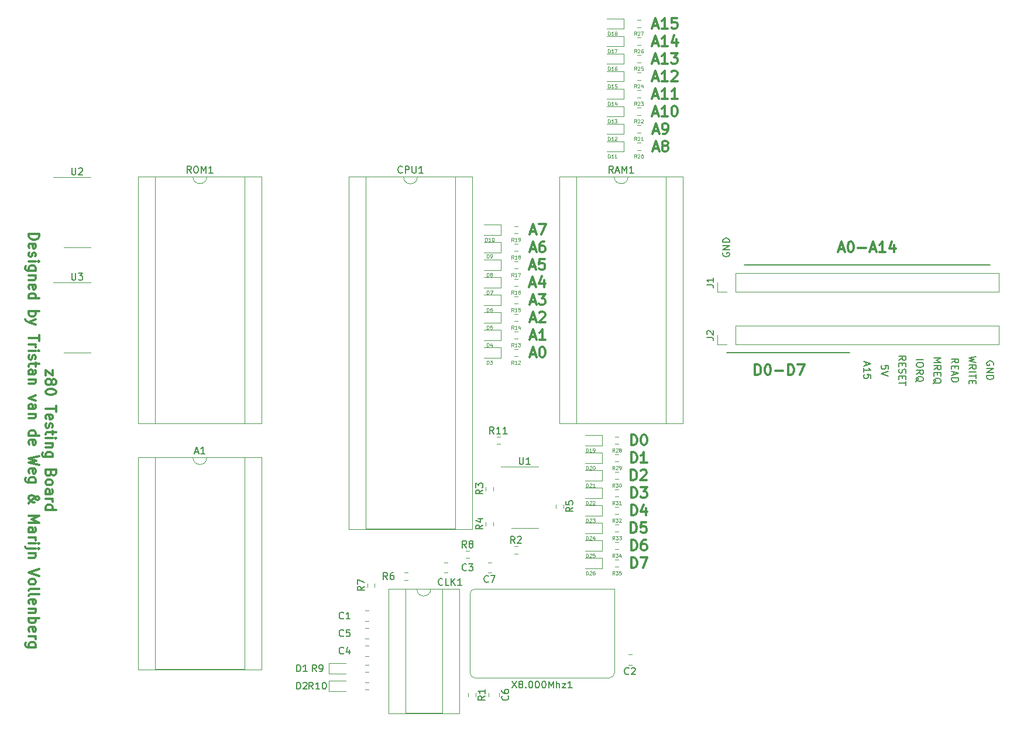
<source format=gbr>
%TF.GenerationSoftware,KiCad,Pcbnew,(6.0.10)*%
%TF.CreationDate,2023-01-13T13:11:36+01:00*%
%TF.ProjectId,z80-test-board,7a38302d-7465-4737-942d-626f6172642e,rev?*%
%TF.SameCoordinates,Original*%
%TF.FileFunction,Legend,Top*%
%TF.FilePolarity,Positive*%
%FSLAX46Y46*%
G04 Gerber Fmt 4.6, Leading zero omitted, Abs format (unit mm)*
G04 Created by KiCad (PCBNEW (6.0.10)) date 2023-01-13 13:11:36*
%MOMM*%
%LPD*%
G01*
G04 APERTURE LIST*
%ADD10C,0.150000*%
%ADD11C,0.300000*%
%ADD12C,0.125000*%
%ADD13C,0.120000*%
G04 APERTURE END LIST*
D10*
X187960000Y-63500000D02*
X223520000Y-63500000D01*
X203200000Y-76200000D02*
X185420000Y-76200000D01*
D11*
X157043571Y-61210000D02*
X157757857Y-61210000D01*
X156900714Y-61638571D02*
X157400714Y-60138571D01*
X157900714Y-61638571D01*
X159043571Y-60138571D02*
X158757857Y-60138571D01*
X158615000Y-60210000D01*
X158543571Y-60281428D01*
X158400714Y-60495714D01*
X158329285Y-60781428D01*
X158329285Y-61352857D01*
X158400714Y-61495714D01*
X158472142Y-61567142D01*
X158615000Y-61638571D01*
X158900714Y-61638571D01*
X159043571Y-61567142D01*
X159115000Y-61495714D01*
X159186428Y-61352857D01*
X159186428Y-60995714D01*
X159115000Y-60852857D01*
X159043571Y-60781428D01*
X158900714Y-60710000D01*
X158615000Y-60710000D01*
X158472142Y-60781428D01*
X158400714Y-60852857D01*
X158329285Y-60995714D01*
X157043571Y-68830000D02*
X157757857Y-68830000D01*
X156900714Y-69258571D02*
X157400714Y-67758571D01*
X157900714Y-69258571D01*
X158257857Y-67758571D02*
X159186428Y-67758571D01*
X158686428Y-68330000D01*
X158900714Y-68330000D01*
X159043571Y-68401428D01*
X159115000Y-68472857D01*
X159186428Y-68615714D01*
X159186428Y-68972857D01*
X159115000Y-69115714D01*
X159043571Y-69187142D01*
X158900714Y-69258571D01*
X158472142Y-69258571D01*
X158329285Y-69187142D01*
X158257857Y-69115714D01*
X174823571Y-44065000D02*
X175537857Y-44065000D01*
X174680714Y-44493571D02*
X175180714Y-42993571D01*
X175680714Y-44493571D01*
X176252142Y-44493571D02*
X176537857Y-44493571D01*
X176680714Y-44422142D01*
X176752142Y-44350714D01*
X176895000Y-44136428D01*
X176966428Y-43850714D01*
X176966428Y-43279285D01*
X176895000Y-43136428D01*
X176823571Y-43065000D01*
X176680714Y-42993571D01*
X176395000Y-42993571D01*
X176252142Y-43065000D01*
X176180714Y-43136428D01*
X176109285Y-43279285D01*
X176109285Y-43636428D01*
X176180714Y-43779285D01*
X176252142Y-43850714D01*
X176395000Y-43922142D01*
X176680714Y-43922142D01*
X176823571Y-43850714D01*
X176895000Y-43779285D01*
X176966428Y-43636428D01*
X157043571Y-73910000D02*
X157757857Y-73910000D01*
X156900714Y-74338571D02*
X157400714Y-72838571D01*
X157900714Y-74338571D01*
X159186428Y-74338571D02*
X158329285Y-74338571D01*
X158757857Y-74338571D02*
X158757857Y-72838571D01*
X158615000Y-73052857D01*
X158472142Y-73195714D01*
X158329285Y-73267142D01*
X171612857Y-97198571D02*
X171612857Y-95698571D01*
X171970000Y-95698571D01*
X172184285Y-95770000D01*
X172327142Y-95912857D01*
X172398571Y-96055714D01*
X172470000Y-96341428D01*
X172470000Y-96555714D01*
X172398571Y-96841428D01*
X172327142Y-96984285D01*
X172184285Y-97127142D01*
X171970000Y-97198571D01*
X171612857Y-97198571D01*
X172970000Y-95698571D02*
X173898571Y-95698571D01*
X173398571Y-96270000D01*
X173612857Y-96270000D01*
X173755714Y-96341428D01*
X173827142Y-96412857D01*
X173898571Y-96555714D01*
X173898571Y-96912857D01*
X173827142Y-97055714D01*
X173755714Y-97127142D01*
X173612857Y-97198571D01*
X173184285Y-97198571D01*
X173041428Y-97127142D01*
X172970000Y-97055714D01*
D10*
X224020000Y-77978095D02*
X224067619Y-77882857D01*
X224067619Y-77740000D01*
X224020000Y-77597142D01*
X223924761Y-77501904D01*
X223829523Y-77454285D01*
X223639047Y-77406666D01*
X223496190Y-77406666D01*
X223305714Y-77454285D01*
X223210476Y-77501904D01*
X223115238Y-77597142D01*
X223067619Y-77740000D01*
X223067619Y-77835238D01*
X223115238Y-77978095D01*
X223162857Y-78025714D01*
X223496190Y-78025714D01*
X223496190Y-77835238D01*
X223067619Y-78454285D02*
X224067619Y-78454285D01*
X223067619Y-79025714D01*
X224067619Y-79025714D01*
X223067619Y-79501904D02*
X224067619Y-79501904D01*
X224067619Y-79740000D01*
X224020000Y-79882857D01*
X223924761Y-79978095D01*
X223829523Y-80025714D01*
X223639047Y-80073333D01*
X223496190Y-80073333D01*
X223305714Y-80025714D01*
X223210476Y-79978095D01*
X223115238Y-79882857D01*
X223067619Y-79740000D01*
X223067619Y-79501904D01*
D11*
X87888928Y-78721428D02*
X87888928Y-79507142D01*
X86888928Y-78721428D01*
X86888928Y-79507142D01*
X87746071Y-80292857D02*
X87817500Y-80150000D01*
X87888928Y-80078571D01*
X88031785Y-80007142D01*
X88103214Y-80007142D01*
X88246071Y-80078571D01*
X88317500Y-80150000D01*
X88388928Y-80292857D01*
X88388928Y-80578571D01*
X88317500Y-80721428D01*
X88246071Y-80792857D01*
X88103214Y-80864285D01*
X88031785Y-80864285D01*
X87888928Y-80792857D01*
X87817500Y-80721428D01*
X87746071Y-80578571D01*
X87746071Y-80292857D01*
X87674642Y-80150000D01*
X87603214Y-80078571D01*
X87460357Y-80007142D01*
X87174642Y-80007142D01*
X87031785Y-80078571D01*
X86960357Y-80150000D01*
X86888928Y-80292857D01*
X86888928Y-80578571D01*
X86960357Y-80721428D01*
X87031785Y-80792857D01*
X87174642Y-80864285D01*
X87460357Y-80864285D01*
X87603214Y-80792857D01*
X87674642Y-80721428D01*
X87746071Y-80578571D01*
X88388928Y-81792857D02*
X88388928Y-81935714D01*
X88317500Y-82078571D01*
X88246071Y-82150000D01*
X88103214Y-82221428D01*
X87817500Y-82292857D01*
X87460357Y-82292857D01*
X87174642Y-82221428D01*
X87031785Y-82150000D01*
X86960357Y-82078571D01*
X86888928Y-81935714D01*
X86888928Y-81792857D01*
X86960357Y-81650000D01*
X87031785Y-81578571D01*
X87174642Y-81507142D01*
X87460357Y-81435714D01*
X87817500Y-81435714D01*
X88103214Y-81507142D01*
X88246071Y-81578571D01*
X88317500Y-81650000D01*
X88388928Y-81792857D01*
X88388928Y-83864285D02*
X88388928Y-84721428D01*
X86888928Y-84292857D02*
X88388928Y-84292857D01*
X86960357Y-85792857D02*
X86888928Y-85650000D01*
X86888928Y-85364285D01*
X86960357Y-85221428D01*
X87103214Y-85150000D01*
X87674642Y-85150000D01*
X87817500Y-85221428D01*
X87888928Y-85364285D01*
X87888928Y-85650000D01*
X87817500Y-85792857D01*
X87674642Y-85864285D01*
X87531785Y-85864285D01*
X87388928Y-85150000D01*
X86960357Y-86435714D02*
X86888928Y-86578571D01*
X86888928Y-86864285D01*
X86960357Y-87007142D01*
X87103214Y-87078571D01*
X87174642Y-87078571D01*
X87317500Y-87007142D01*
X87388928Y-86864285D01*
X87388928Y-86650000D01*
X87460357Y-86507142D01*
X87603214Y-86435714D01*
X87674642Y-86435714D01*
X87817500Y-86507142D01*
X87888928Y-86650000D01*
X87888928Y-86864285D01*
X87817500Y-87007142D01*
X87888928Y-87507142D02*
X87888928Y-88078571D01*
X88388928Y-87721428D02*
X87103214Y-87721428D01*
X86960357Y-87792857D01*
X86888928Y-87935714D01*
X86888928Y-88078571D01*
X86888928Y-88578571D02*
X87888928Y-88578571D01*
X88388928Y-88578571D02*
X88317500Y-88507142D01*
X88246071Y-88578571D01*
X88317500Y-88650000D01*
X88388928Y-88578571D01*
X88246071Y-88578571D01*
X87888928Y-89292857D02*
X86888928Y-89292857D01*
X87746071Y-89292857D02*
X87817500Y-89364285D01*
X87888928Y-89507142D01*
X87888928Y-89721428D01*
X87817500Y-89864285D01*
X87674642Y-89935714D01*
X86888928Y-89935714D01*
X87888928Y-91292857D02*
X86674642Y-91292857D01*
X86531785Y-91221428D01*
X86460357Y-91150000D01*
X86388928Y-91007142D01*
X86388928Y-90792857D01*
X86460357Y-90650000D01*
X86960357Y-91292857D02*
X86888928Y-91150000D01*
X86888928Y-90864285D01*
X86960357Y-90721428D01*
X87031785Y-90650000D01*
X87174642Y-90578571D01*
X87603214Y-90578571D01*
X87746071Y-90650000D01*
X87817500Y-90721428D01*
X87888928Y-90864285D01*
X87888928Y-91150000D01*
X87817500Y-91292857D01*
X87674642Y-93650000D02*
X87603214Y-93864285D01*
X87531785Y-93935714D01*
X87388928Y-94007142D01*
X87174642Y-94007142D01*
X87031785Y-93935714D01*
X86960357Y-93864285D01*
X86888928Y-93721428D01*
X86888928Y-93150000D01*
X88388928Y-93150000D01*
X88388928Y-93650000D01*
X88317500Y-93792857D01*
X88246071Y-93864285D01*
X88103214Y-93935714D01*
X87960357Y-93935714D01*
X87817500Y-93864285D01*
X87746071Y-93792857D01*
X87674642Y-93650000D01*
X87674642Y-93150000D01*
X86888928Y-94864285D02*
X86960357Y-94721428D01*
X87031785Y-94650000D01*
X87174642Y-94578571D01*
X87603214Y-94578571D01*
X87746071Y-94650000D01*
X87817500Y-94721428D01*
X87888928Y-94864285D01*
X87888928Y-95078571D01*
X87817500Y-95221428D01*
X87746071Y-95292857D01*
X87603214Y-95364285D01*
X87174642Y-95364285D01*
X87031785Y-95292857D01*
X86960357Y-95221428D01*
X86888928Y-95078571D01*
X86888928Y-94864285D01*
X86888928Y-96650000D02*
X87674642Y-96650000D01*
X87817500Y-96578571D01*
X87888928Y-96435714D01*
X87888928Y-96150000D01*
X87817500Y-96007142D01*
X86960357Y-96650000D02*
X86888928Y-96507142D01*
X86888928Y-96150000D01*
X86960357Y-96007142D01*
X87103214Y-95935714D01*
X87246071Y-95935714D01*
X87388928Y-96007142D01*
X87460357Y-96150000D01*
X87460357Y-96507142D01*
X87531785Y-96650000D01*
X86888928Y-97364285D02*
X87888928Y-97364285D01*
X87603214Y-97364285D02*
X87746071Y-97435714D01*
X87817500Y-97507142D01*
X87888928Y-97650000D01*
X87888928Y-97792857D01*
X86888928Y-98935714D02*
X88388928Y-98935714D01*
X86960357Y-98935714D02*
X86888928Y-98792857D01*
X86888928Y-98507142D01*
X86960357Y-98364285D01*
X87031785Y-98292857D01*
X87174642Y-98221428D01*
X87603214Y-98221428D01*
X87746071Y-98292857D01*
X87817500Y-98364285D01*
X87888928Y-98507142D01*
X87888928Y-98792857D01*
X87817500Y-98935714D01*
X84473928Y-58971428D02*
X85973928Y-58971428D01*
X85973928Y-59328571D01*
X85902500Y-59542857D01*
X85759642Y-59685714D01*
X85616785Y-59757142D01*
X85331071Y-59828571D01*
X85116785Y-59828571D01*
X84831071Y-59757142D01*
X84688214Y-59685714D01*
X84545357Y-59542857D01*
X84473928Y-59328571D01*
X84473928Y-58971428D01*
X84545357Y-61042857D02*
X84473928Y-60900000D01*
X84473928Y-60614285D01*
X84545357Y-60471428D01*
X84688214Y-60400000D01*
X85259642Y-60400000D01*
X85402500Y-60471428D01*
X85473928Y-60614285D01*
X85473928Y-60900000D01*
X85402500Y-61042857D01*
X85259642Y-61114285D01*
X85116785Y-61114285D01*
X84973928Y-60400000D01*
X84545357Y-61685714D02*
X84473928Y-61828571D01*
X84473928Y-62114285D01*
X84545357Y-62257142D01*
X84688214Y-62328571D01*
X84759642Y-62328571D01*
X84902500Y-62257142D01*
X84973928Y-62114285D01*
X84973928Y-61900000D01*
X85045357Y-61757142D01*
X85188214Y-61685714D01*
X85259642Y-61685714D01*
X85402500Y-61757142D01*
X85473928Y-61900000D01*
X85473928Y-62114285D01*
X85402500Y-62257142D01*
X84473928Y-62971428D02*
X85473928Y-62971428D01*
X85973928Y-62971428D02*
X85902500Y-62900000D01*
X85831071Y-62971428D01*
X85902500Y-63042857D01*
X85973928Y-62971428D01*
X85831071Y-62971428D01*
X85473928Y-64328571D02*
X84259642Y-64328571D01*
X84116785Y-64257142D01*
X84045357Y-64185714D01*
X83973928Y-64042857D01*
X83973928Y-63828571D01*
X84045357Y-63685714D01*
X84545357Y-64328571D02*
X84473928Y-64185714D01*
X84473928Y-63900000D01*
X84545357Y-63757142D01*
X84616785Y-63685714D01*
X84759642Y-63614285D01*
X85188214Y-63614285D01*
X85331071Y-63685714D01*
X85402500Y-63757142D01*
X85473928Y-63900000D01*
X85473928Y-64185714D01*
X85402500Y-64328571D01*
X85473928Y-65042857D02*
X84473928Y-65042857D01*
X85331071Y-65042857D02*
X85402500Y-65114285D01*
X85473928Y-65257142D01*
X85473928Y-65471428D01*
X85402500Y-65614285D01*
X85259642Y-65685714D01*
X84473928Y-65685714D01*
X84545357Y-66971428D02*
X84473928Y-66828571D01*
X84473928Y-66542857D01*
X84545357Y-66400000D01*
X84688214Y-66328571D01*
X85259642Y-66328571D01*
X85402500Y-66400000D01*
X85473928Y-66542857D01*
X85473928Y-66828571D01*
X85402500Y-66971428D01*
X85259642Y-67042857D01*
X85116785Y-67042857D01*
X84973928Y-66328571D01*
X84473928Y-68328571D02*
X85973928Y-68328571D01*
X84545357Y-68328571D02*
X84473928Y-68185714D01*
X84473928Y-67900000D01*
X84545357Y-67757142D01*
X84616785Y-67685714D01*
X84759642Y-67614285D01*
X85188214Y-67614285D01*
X85331071Y-67685714D01*
X85402500Y-67757142D01*
X85473928Y-67900000D01*
X85473928Y-68185714D01*
X85402500Y-68328571D01*
X84473928Y-70185714D02*
X85973928Y-70185714D01*
X85402500Y-70185714D02*
X85473928Y-70328571D01*
X85473928Y-70614285D01*
X85402500Y-70757142D01*
X85331071Y-70828571D01*
X85188214Y-70900000D01*
X84759642Y-70900000D01*
X84616785Y-70828571D01*
X84545357Y-70757142D01*
X84473928Y-70614285D01*
X84473928Y-70328571D01*
X84545357Y-70185714D01*
X85473928Y-71400000D02*
X84473928Y-71757142D01*
X85473928Y-72114285D02*
X84473928Y-71757142D01*
X84116785Y-71614285D01*
X84045357Y-71542857D01*
X83973928Y-71400000D01*
X85973928Y-73614285D02*
X85973928Y-74471428D01*
X84473928Y-74042857D02*
X85973928Y-74042857D01*
X84473928Y-74971428D02*
X85473928Y-74971428D01*
X85188214Y-74971428D02*
X85331071Y-75042857D01*
X85402500Y-75114285D01*
X85473928Y-75257142D01*
X85473928Y-75400000D01*
X84473928Y-75900000D02*
X85473928Y-75900000D01*
X85973928Y-75900000D02*
X85902500Y-75828571D01*
X85831071Y-75900000D01*
X85902500Y-75971428D01*
X85973928Y-75900000D01*
X85831071Y-75900000D01*
X84545357Y-76542857D02*
X84473928Y-76685714D01*
X84473928Y-76971428D01*
X84545357Y-77114285D01*
X84688214Y-77185714D01*
X84759642Y-77185714D01*
X84902500Y-77114285D01*
X84973928Y-76971428D01*
X84973928Y-76757142D01*
X85045357Y-76614285D01*
X85188214Y-76542857D01*
X85259642Y-76542857D01*
X85402500Y-76614285D01*
X85473928Y-76757142D01*
X85473928Y-76971428D01*
X85402500Y-77114285D01*
X85473928Y-77614285D02*
X85473928Y-78185714D01*
X85973928Y-77828571D02*
X84688214Y-77828571D01*
X84545357Y-77900000D01*
X84473928Y-78042857D01*
X84473928Y-78185714D01*
X84473928Y-79328571D02*
X85259642Y-79328571D01*
X85402500Y-79257142D01*
X85473928Y-79114285D01*
X85473928Y-78828571D01*
X85402500Y-78685714D01*
X84545357Y-79328571D02*
X84473928Y-79185714D01*
X84473928Y-78828571D01*
X84545357Y-78685714D01*
X84688214Y-78614285D01*
X84831071Y-78614285D01*
X84973928Y-78685714D01*
X85045357Y-78828571D01*
X85045357Y-79185714D01*
X85116785Y-79328571D01*
X85473928Y-80042857D02*
X84473928Y-80042857D01*
X85331071Y-80042857D02*
X85402500Y-80114285D01*
X85473928Y-80257142D01*
X85473928Y-80471428D01*
X85402500Y-80614285D01*
X85259642Y-80685714D01*
X84473928Y-80685714D01*
X85473928Y-82400000D02*
X84473928Y-82757142D01*
X85473928Y-83114285D01*
X84473928Y-84328571D02*
X85259642Y-84328571D01*
X85402500Y-84257142D01*
X85473928Y-84114285D01*
X85473928Y-83828571D01*
X85402500Y-83685714D01*
X84545357Y-84328571D02*
X84473928Y-84185714D01*
X84473928Y-83828571D01*
X84545357Y-83685714D01*
X84688214Y-83614285D01*
X84831071Y-83614285D01*
X84973928Y-83685714D01*
X85045357Y-83828571D01*
X85045357Y-84185714D01*
X85116785Y-84328571D01*
X85473928Y-85042857D02*
X84473928Y-85042857D01*
X85331071Y-85042857D02*
X85402500Y-85114285D01*
X85473928Y-85257142D01*
X85473928Y-85471428D01*
X85402500Y-85614285D01*
X85259642Y-85685714D01*
X84473928Y-85685714D01*
X84473928Y-88185714D02*
X85973928Y-88185714D01*
X84545357Y-88185714D02*
X84473928Y-88042857D01*
X84473928Y-87757142D01*
X84545357Y-87614285D01*
X84616785Y-87542857D01*
X84759642Y-87471428D01*
X85188214Y-87471428D01*
X85331071Y-87542857D01*
X85402500Y-87614285D01*
X85473928Y-87757142D01*
X85473928Y-88042857D01*
X85402500Y-88185714D01*
X84545357Y-89471428D02*
X84473928Y-89328571D01*
X84473928Y-89042857D01*
X84545357Y-88900000D01*
X84688214Y-88828571D01*
X85259642Y-88828571D01*
X85402500Y-88900000D01*
X85473928Y-89042857D01*
X85473928Y-89328571D01*
X85402500Y-89471428D01*
X85259642Y-89542857D01*
X85116785Y-89542857D01*
X84973928Y-88828571D01*
X85973928Y-91185714D02*
X84473928Y-91542857D01*
X85545357Y-91828571D01*
X84473928Y-92114285D01*
X85973928Y-92471428D01*
X84545357Y-93614285D02*
X84473928Y-93471428D01*
X84473928Y-93185714D01*
X84545357Y-93042857D01*
X84688214Y-92971428D01*
X85259642Y-92971428D01*
X85402500Y-93042857D01*
X85473928Y-93185714D01*
X85473928Y-93471428D01*
X85402500Y-93614285D01*
X85259642Y-93685714D01*
X85116785Y-93685714D01*
X84973928Y-92971428D01*
X85473928Y-94971428D02*
X84259642Y-94971428D01*
X84116785Y-94900000D01*
X84045357Y-94828571D01*
X83973928Y-94685714D01*
X83973928Y-94471428D01*
X84045357Y-94328571D01*
X84545357Y-94971428D02*
X84473928Y-94828571D01*
X84473928Y-94542857D01*
X84545357Y-94400000D01*
X84616785Y-94328571D01*
X84759642Y-94257142D01*
X85188214Y-94257142D01*
X85331071Y-94328571D01*
X85402500Y-94400000D01*
X85473928Y-94542857D01*
X85473928Y-94828571D01*
X85402500Y-94971428D01*
X84473928Y-98042857D02*
X84473928Y-97971428D01*
X84545357Y-97828571D01*
X84759642Y-97614285D01*
X85188214Y-97257142D01*
X85402500Y-97114285D01*
X85616785Y-97042857D01*
X85759642Y-97042857D01*
X85902500Y-97114285D01*
X85973928Y-97257142D01*
X85973928Y-97328571D01*
X85902500Y-97471428D01*
X85759642Y-97542857D01*
X85688214Y-97542857D01*
X85545357Y-97471428D01*
X85473928Y-97400000D01*
X85188214Y-96971428D01*
X85116785Y-96900000D01*
X84973928Y-96828571D01*
X84759642Y-96828571D01*
X84616785Y-96900000D01*
X84545357Y-96971428D01*
X84473928Y-97114285D01*
X84473928Y-97328571D01*
X84545357Y-97471428D01*
X84616785Y-97542857D01*
X84902500Y-97757142D01*
X85116785Y-97828571D01*
X85259642Y-97828571D01*
X84473928Y-99828571D02*
X85973928Y-99828571D01*
X84902500Y-100328571D01*
X85973928Y-100828571D01*
X84473928Y-100828571D01*
X84473928Y-102185714D02*
X85259642Y-102185714D01*
X85402500Y-102114285D01*
X85473928Y-101971428D01*
X85473928Y-101685714D01*
X85402500Y-101542857D01*
X84545357Y-102185714D02*
X84473928Y-102042857D01*
X84473928Y-101685714D01*
X84545357Y-101542857D01*
X84688214Y-101471428D01*
X84831071Y-101471428D01*
X84973928Y-101542857D01*
X85045357Y-101685714D01*
X85045357Y-102042857D01*
X85116785Y-102185714D01*
X84473928Y-102900000D02*
X85473928Y-102900000D01*
X85188214Y-102900000D02*
X85331071Y-102971428D01*
X85402500Y-103042857D01*
X85473928Y-103185714D01*
X85473928Y-103328571D01*
X84473928Y-103828571D02*
X85473928Y-103828571D01*
X85973928Y-103828571D02*
X85902500Y-103757142D01*
X85831071Y-103828571D01*
X85902500Y-103900000D01*
X85973928Y-103828571D01*
X85831071Y-103828571D01*
X85473928Y-104542857D02*
X84188214Y-104542857D01*
X84045357Y-104471428D01*
X83973928Y-104328571D01*
X83973928Y-104257142D01*
X85973928Y-104542857D02*
X85902500Y-104471428D01*
X85831071Y-104542857D01*
X85902500Y-104614285D01*
X85973928Y-104542857D01*
X85831071Y-104542857D01*
X85473928Y-105257142D02*
X84473928Y-105257142D01*
X85331071Y-105257142D02*
X85402500Y-105328571D01*
X85473928Y-105471428D01*
X85473928Y-105685714D01*
X85402500Y-105828571D01*
X85259642Y-105900000D01*
X84473928Y-105900000D01*
X85973928Y-107542857D02*
X84473928Y-108042857D01*
X85973928Y-108542857D01*
X84473928Y-109257142D02*
X84545357Y-109114285D01*
X84616785Y-109042857D01*
X84759642Y-108971428D01*
X85188214Y-108971428D01*
X85331071Y-109042857D01*
X85402500Y-109114285D01*
X85473928Y-109257142D01*
X85473928Y-109471428D01*
X85402500Y-109614285D01*
X85331071Y-109685714D01*
X85188214Y-109757142D01*
X84759642Y-109757142D01*
X84616785Y-109685714D01*
X84545357Y-109614285D01*
X84473928Y-109471428D01*
X84473928Y-109257142D01*
X84473928Y-110614285D02*
X84545357Y-110471428D01*
X84688214Y-110400000D01*
X85973928Y-110400000D01*
X84473928Y-111400000D02*
X84545357Y-111257142D01*
X84688214Y-111185714D01*
X85973928Y-111185714D01*
X84545357Y-112542857D02*
X84473928Y-112400000D01*
X84473928Y-112114285D01*
X84545357Y-111971428D01*
X84688214Y-111900000D01*
X85259642Y-111900000D01*
X85402500Y-111971428D01*
X85473928Y-112114285D01*
X85473928Y-112400000D01*
X85402500Y-112542857D01*
X85259642Y-112614285D01*
X85116785Y-112614285D01*
X84973928Y-111900000D01*
X85473928Y-113257142D02*
X84473928Y-113257142D01*
X85331071Y-113257142D02*
X85402500Y-113328571D01*
X85473928Y-113471428D01*
X85473928Y-113685714D01*
X85402500Y-113828571D01*
X85259642Y-113900000D01*
X84473928Y-113900000D01*
X84473928Y-114614285D02*
X85973928Y-114614285D01*
X85402500Y-114614285D02*
X85473928Y-114757142D01*
X85473928Y-115042857D01*
X85402500Y-115185714D01*
X85331071Y-115257142D01*
X85188214Y-115328571D01*
X84759642Y-115328571D01*
X84616785Y-115257142D01*
X84545357Y-115185714D01*
X84473928Y-115042857D01*
X84473928Y-114757142D01*
X84545357Y-114614285D01*
X84545357Y-116542857D02*
X84473928Y-116400000D01*
X84473928Y-116114285D01*
X84545357Y-115971428D01*
X84688214Y-115900000D01*
X85259642Y-115900000D01*
X85402500Y-115971428D01*
X85473928Y-116114285D01*
X85473928Y-116400000D01*
X85402500Y-116542857D01*
X85259642Y-116614285D01*
X85116785Y-116614285D01*
X84973928Y-115900000D01*
X84473928Y-117257142D02*
X85473928Y-117257142D01*
X85188214Y-117257142D02*
X85331071Y-117328571D01*
X85402500Y-117400000D01*
X85473928Y-117542857D01*
X85473928Y-117685714D01*
X85473928Y-118828571D02*
X84259642Y-118828571D01*
X84116785Y-118757142D01*
X84045357Y-118685714D01*
X83973928Y-118542857D01*
X83973928Y-118328571D01*
X84045357Y-118185714D01*
X84545357Y-118828571D02*
X84473928Y-118685714D01*
X84473928Y-118400000D01*
X84545357Y-118257142D01*
X84616785Y-118185714D01*
X84759642Y-118114285D01*
X85188214Y-118114285D01*
X85331071Y-118185714D01*
X85402500Y-118257142D01*
X85473928Y-118400000D01*
X85473928Y-118685714D01*
X85402500Y-118828571D01*
X174744285Y-28825000D02*
X175458571Y-28825000D01*
X174601428Y-29253571D02*
X175101428Y-27753571D01*
X175601428Y-29253571D01*
X176887142Y-29253571D02*
X176030000Y-29253571D01*
X176458571Y-29253571D02*
X176458571Y-27753571D01*
X176315714Y-27967857D01*
X176172857Y-28110714D01*
X176030000Y-28182142D01*
X178244285Y-27753571D02*
X177530000Y-27753571D01*
X177458571Y-28467857D01*
X177530000Y-28396428D01*
X177672857Y-28325000D01*
X178030000Y-28325000D01*
X178172857Y-28396428D01*
X178244285Y-28467857D01*
X178315714Y-28610714D01*
X178315714Y-28967857D01*
X178244285Y-29110714D01*
X178172857Y-29182142D01*
X178030000Y-29253571D01*
X177672857Y-29253571D01*
X177530000Y-29182142D01*
X177458571Y-29110714D01*
X174744285Y-36445000D02*
X175458571Y-36445000D01*
X174601428Y-36873571D02*
X175101428Y-35373571D01*
X175601428Y-36873571D01*
X176887142Y-36873571D02*
X176030000Y-36873571D01*
X176458571Y-36873571D02*
X176458571Y-35373571D01*
X176315714Y-35587857D01*
X176172857Y-35730714D01*
X176030000Y-35802142D01*
X177458571Y-35516428D02*
X177530000Y-35445000D01*
X177672857Y-35373571D01*
X178030000Y-35373571D01*
X178172857Y-35445000D01*
X178244285Y-35516428D01*
X178315714Y-35659285D01*
X178315714Y-35802142D01*
X178244285Y-36016428D01*
X177387142Y-36873571D01*
X178315714Y-36873571D01*
X171612857Y-104818571D02*
X171612857Y-103318571D01*
X171970000Y-103318571D01*
X172184285Y-103390000D01*
X172327142Y-103532857D01*
X172398571Y-103675714D01*
X172470000Y-103961428D01*
X172470000Y-104175714D01*
X172398571Y-104461428D01*
X172327142Y-104604285D01*
X172184285Y-104747142D01*
X171970000Y-104818571D01*
X171612857Y-104818571D01*
X173755714Y-103318571D02*
X173470000Y-103318571D01*
X173327142Y-103390000D01*
X173255714Y-103461428D01*
X173112857Y-103675714D01*
X173041428Y-103961428D01*
X173041428Y-104532857D01*
X173112857Y-104675714D01*
X173184285Y-104747142D01*
X173327142Y-104818571D01*
X173612857Y-104818571D01*
X173755714Y-104747142D01*
X173827142Y-104675714D01*
X173898571Y-104532857D01*
X173898571Y-104175714D01*
X173827142Y-104032857D01*
X173755714Y-103961428D01*
X173612857Y-103890000D01*
X173327142Y-103890000D01*
X173184285Y-103961428D01*
X173112857Y-104032857D01*
X173041428Y-104175714D01*
X171585581Y-94658571D02*
X171585581Y-93158571D01*
X171942724Y-93158571D01*
X172157009Y-93230000D01*
X172299866Y-93372857D01*
X172371295Y-93515714D01*
X172442724Y-93801428D01*
X172442724Y-94015714D01*
X172371295Y-94301428D01*
X172299866Y-94444285D01*
X172157009Y-94587142D01*
X171942724Y-94658571D01*
X171585581Y-94658571D01*
X173014152Y-93301428D02*
X173085581Y-93230000D01*
X173228438Y-93158571D01*
X173585581Y-93158571D01*
X173728438Y-93230000D01*
X173799866Y-93301428D01*
X173871295Y-93444285D01*
X173871295Y-93587142D01*
X173799866Y-93801428D01*
X172942724Y-94658571D01*
X173871295Y-94658571D01*
X174823571Y-46605000D02*
X175537857Y-46605000D01*
X174680714Y-47033571D02*
X175180714Y-45533571D01*
X175680714Y-47033571D01*
X176395000Y-46176428D02*
X176252142Y-46105000D01*
X176180714Y-46033571D01*
X176109285Y-45890714D01*
X176109285Y-45819285D01*
X176180714Y-45676428D01*
X176252142Y-45605000D01*
X176395000Y-45533571D01*
X176680714Y-45533571D01*
X176823571Y-45605000D01*
X176895000Y-45676428D01*
X176966428Y-45819285D01*
X176966428Y-45890714D01*
X176895000Y-46033571D01*
X176823571Y-46105000D01*
X176680714Y-46176428D01*
X176395000Y-46176428D01*
X176252142Y-46247857D01*
X176180714Y-46319285D01*
X176109285Y-46462142D01*
X176109285Y-46747857D01*
X176180714Y-46890714D01*
X176252142Y-46962142D01*
X176395000Y-47033571D01*
X176680714Y-47033571D01*
X176823571Y-46962142D01*
X176895000Y-46890714D01*
X176966428Y-46747857D01*
X176966428Y-46462142D01*
X176895000Y-46319285D01*
X176823571Y-46247857D01*
X176680714Y-46176428D01*
D10*
X215447619Y-76930476D02*
X216447619Y-76930476D01*
X215733333Y-77263809D01*
X216447619Y-77597142D01*
X215447619Y-77597142D01*
X215447619Y-78644761D02*
X215923809Y-78311428D01*
X215447619Y-78073333D02*
X216447619Y-78073333D01*
X216447619Y-78454285D01*
X216400000Y-78549523D01*
X216352380Y-78597142D01*
X216257142Y-78644761D01*
X216114285Y-78644761D01*
X216019047Y-78597142D01*
X215971428Y-78549523D01*
X215923809Y-78454285D01*
X215923809Y-78073333D01*
X215971428Y-79073333D02*
X215971428Y-79406666D01*
X215447619Y-79549523D02*
X215447619Y-79073333D01*
X216447619Y-79073333D01*
X216447619Y-79549523D01*
X215352380Y-80644761D02*
X215400000Y-80549523D01*
X215495238Y-80454285D01*
X215638095Y-80311428D01*
X215685714Y-80216190D01*
X215685714Y-80120952D01*
X215447619Y-80168571D02*
X215495238Y-80073333D01*
X215590476Y-79978095D01*
X215780952Y-79930476D01*
X216114285Y-79930476D01*
X216304761Y-79978095D01*
X216400000Y-80073333D01*
X216447619Y-80168571D01*
X216447619Y-80359047D01*
X216400000Y-80454285D01*
X216304761Y-80549523D01*
X216114285Y-80597142D01*
X215780952Y-80597142D01*
X215590476Y-80549523D01*
X215495238Y-80454285D01*
X215447619Y-80359047D01*
X215447619Y-80168571D01*
D11*
X157043571Y-76450000D02*
X157757857Y-76450000D01*
X156900714Y-76878571D02*
X157400714Y-75378571D01*
X157900714Y-76878571D01*
X158686428Y-75378571D02*
X158829285Y-75378571D01*
X158972142Y-75450000D01*
X159043571Y-75521428D01*
X159115000Y-75664285D01*
X159186428Y-75950000D01*
X159186428Y-76307142D01*
X159115000Y-76592857D01*
X159043571Y-76735714D01*
X158972142Y-76807142D01*
X158829285Y-76878571D01*
X158686428Y-76878571D01*
X158543571Y-76807142D01*
X158472142Y-76735714D01*
X158400714Y-76592857D01*
X158329285Y-76307142D01*
X158329285Y-75950000D01*
X158400714Y-75664285D01*
X158472142Y-75521428D01*
X158543571Y-75450000D01*
X158686428Y-75378571D01*
D10*
X210367619Y-77287619D02*
X210843809Y-76954285D01*
X210367619Y-76716190D02*
X211367619Y-76716190D01*
X211367619Y-77097142D01*
X211320000Y-77192380D01*
X211272380Y-77240000D01*
X211177142Y-77287619D01*
X211034285Y-77287619D01*
X210939047Y-77240000D01*
X210891428Y-77192380D01*
X210843809Y-77097142D01*
X210843809Y-76716190D01*
X210891428Y-77716190D02*
X210891428Y-78049523D01*
X210367619Y-78192380D02*
X210367619Y-77716190D01*
X211367619Y-77716190D01*
X211367619Y-78192380D01*
X210415238Y-78573333D02*
X210367619Y-78716190D01*
X210367619Y-78954285D01*
X210415238Y-79049523D01*
X210462857Y-79097142D01*
X210558095Y-79144761D01*
X210653333Y-79144761D01*
X210748571Y-79097142D01*
X210796190Y-79049523D01*
X210843809Y-78954285D01*
X210891428Y-78763809D01*
X210939047Y-78668571D01*
X210986666Y-78620952D01*
X211081904Y-78573333D01*
X211177142Y-78573333D01*
X211272380Y-78620952D01*
X211320000Y-78668571D01*
X211367619Y-78763809D01*
X211367619Y-79001904D01*
X211320000Y-79144761D01*
X210891428Y-79573333D02*
X210891428Y-79906666D01*
X210367619Y-80049523D02*
X210367619Y-79573333D01*
X211367619Y-79573333D01*
X211367619Y-80049523D01*
X211367619Y-80335238D02*
X211367619Y-80906666D01*
X210367619Y-80620952D02*
X211367619Y-80620952D01*
D11*
X157043571Y-71370000D02*
X157757857Y-71370000D01*
X156900714Y-71798571D02*
X157400714Y-70298571D01*
X157900714Y-71798571D01*
X158329285Y-70441428D02*
X158400714Y-70370000D01*
X158543571Y-70298571D01*
X158900714Y-70298571D01*
X159043571Y-70370000D01*
X159115000Y-70441428D01*
X159186428Y-70584285D01*
X159186428Y-70727142D01*
X159115000Y-70941428D01*
X158257857Y-71798571D01*
X159186428Y-71798571D01*
D10*
X205573333Y-77549523D02*
X205573333Y-78025714D01*
X205287619Y-77454285D02*
X206287619Y-77787619D01*
X205287619Y-78120952D01*
X205287619Y-78978095D02*
X205287619Y-78406666D01*
X205287619Y-78692380D02*
X206287619Y-78692380D01*
X206144761Y-78597142D01*
X206049523Y-78501904D01*
X206001904Y-78406666D01*
X206287619Y-79882857D02*
X206287619Y-79406666D01*
X205811428Y-79359047D01*
X205859047Y-79406666D01*
X205906666Y-79501904D01*
X205906666Y-79740000D01*
X205859047Y-79835238D01*
X205811428Y-79882857D01*
X205716190Y-79930476D01*
X205478095Y-79930476D01*
X205382857Y-79882857D01*
X205335238Y-79835238D01*
X205287619Y-79740000D01*
X205287619Y-79501904D01*
X205335238Y-79406666D01*
X205382857Y-79359047D01*
D11*
X157019793Y-63731098D02*
X157734079Y-63731098D01*
X156876936Y-64159669D02*
X157376936Y-62659669D01*
X157876936Y-64159669D01*
X159091222Y-62659669D02*
X158376936Y-62659669D01*
X158305507Y-63373955D01*
X158376936Y-63302526D01*
X158519793Y-63231098D01*
X158876936Y-63231098D01*
X159019793Y-63302526D01*
X159091222Y-63373955D01*
X159162650Y-63516812D01*
X159162650Y-63873955D01*
X159091222Y-64016812D01*
X159019793Y-64088240D01*
X158876936Y-64159669D01*
X158519793Y-64159669D01*
X158376936Y-64088240D01*
X158305507Y-64016812D01*
X174740656Y-31365000D02*
X175454942Y-31365000D01*
X174597799Y-31793571D02*
X175097799Y-30293571D01*
X175597799Y-31793571D01*
X176883513Y-31793571D02*
X176026371Y-31793571D01*
X176454942Y-31793571D02*
X176454942Y-30293571D01*
X176312085Y-30507857D01*
X176169228Y-30650714D01*
X176026371Y-30722142D01*
X178169228Y-30793571D02*
X178169228Y-31793571D01*
X177812085Y-30222142D02*
X177454942Y-31293571D01*
X178383513Y-31293571D01*
X171612857Y-107358571D02*
X171612857Y-105858571D01*
X171970000Y-105858571D01*
X172184285Y-105930000D01*
X172327142Y-106072857D01*
X172398571Y-106215714D01*
X172470000Y-106501428D01*
X172470000Y-106715714D01*
X172398571Y-107001428D01*
X172327142Y-107144285D01*
X172184285Y-107287142D01*
X171970000Y-107358571D01*
X171612857Y-107358571D01*
X172970000Y-105858571D02*
X173970000Y-105858571D01*
X173327142Y-107358571D01*
D10*
X221527619Y-76740000D02*
X220527619Y-76978095D01*
X221241904Y-77168571D01*
X220527619Y-77359047D01*
X221527619Y-77597142D01*
X220527619Y-78549523D02*
X221003809Y-78216190D01*
X220527619Y-77978095D02*
X221527619Y-77978095D01*
X221527619Y-78359047D01*
X221480000Y-78454285D01*
X221432380Y-78501904D01*
X221337142Y-78549523D01*
X221194285Y-78549523D01*
X221099047Y-78501904D01*
X221051428Y-78454285D01*
X221003809Y-78359047D01*
X221003809Y-77978095D01*
X220527619Y-78978095D02*
X221527619Y-78978095D01*
X221527619Y-79311428D02*
X221527619Y-79882857D01*
X220527619Y-79597142D02*
X221527619Y-79597142D01*
X221051428Y-80216190D02*
X221051428Y-80549523D01*
X220527619Y-80692380D02*
X220527619Y-80216190D01*
X221527619Y-80216190D01*
X221527619Y-80692380D01*
D11*
X171583259Y-102278571D02*
X171583259Y-100778571D01*
X171940402Y-100778571D01*
X172154687Y-100850000D01*
X172297544Y-100992857D01*
X172368973Y-101135714D01*
X172440402Y-101421428D01*
X172440402Y-101635714D01*
X172368973Y-101921428D01*
X172297544Y-102064285D01*
X172154687Y-102207142D01*
X171940402Y-102278571D01*
X171583259Y-102278571D01*
X173797544Y-100778571D02*
X173083259Y-100778571D01*
X173011830Y-101492857D01*
X173083259Y-101421428D01*
X173226116Y-101350000D01*
X173583259Y-101350000D01*
X173726116Y-101421428D01*
X173797544Y-101492857D01*
X173868973Y-101635714D01*
X173868973Y-101992857D01*
X173797544Y-102135714D01*
X173726116Y-102207142D01*
X173583259Y-102278571D01*
X173226116Y-102278571D01*
X173083259Y-102207142D01*
X173011830Y-102135714D01*
D10*
X212907619Y-77192380D02*
X213907619Y-77192380D01*
X213907619Y-77859047D02*
X213907619Y-78049523D01*
X213860000Y-78144761D01*
X213764761Y-78240000D01*
X213574285Y-78287619D01*
X213240952Y-78287619D01*
X213050476Y-78240000D01*
X212955238Y-78144761D01*
X212907619Y-78049523D01*
X212907619Y-77859047D01*
X212955238Y-77763809D01*
X213050476Y-77668571D01*
X213240952Y-77620952D01*
X213574285Y-77620952D01*
X213764761Y-77668571D01*
X213860000Y-77763809D01*
X213907619Y-77859047D01*
X212907619Y-79287619D02*
X213383809Y-78954285D01*
X212907619Y-78716190D02*
X213907619Y-78716190D01*
X213907619Y-79097142D01*
X213860000Y-79192380D01*
X213812380Y-79240000D01*
X213717142Y-79287619D01*
X213574285Y-79287619D01*
X213479047Y-79240000D01*
X213431428Y-79192380D01*
X213383809Y-79097142D01*
X213383809Y-78716190D01*
X212812380Y-80382857D02*
X212860000Y-80287619D01*
X212955238Y-80192380D01*
X213098095Y-80049523D01*
X213145714Y-79954285D01*
X213145714Y-79859047D01*
X212907619Y-79906666D02*
X212955238Y-79811428D01*
X213050476Y-79716190D01*
X213240952Y-79668571D01*
X213574285Y-79668571D01*
X213764761Y-79716190D01*
X213860000Y-79811428D01*
X213907619Y-79906666D01*
X213907619Y-80097142D01*
X213860000Y-80192380D01*
X213764761Y-80287619D01*
X213574285Y-80335238D01*
X213240952Y-80335238D01*
X213050476Y-80287619D01*
X212955238Y-80192380D01*
X212907619Y-80097142D01*
X212907619Y-79906666D01*
D11*
X171612857Y-92118571D02*
X171612857Y-90618571D01*
X171970000Y-90618571D01*
X172184285Y-90690000D01*
X172327142Y-90832857D01*
X172398571Y-90975714D01*
X172470000Y-91261428D01*
X172470000Y-91475714D01*
X172398571Y-91761428D01*
X172327142Y-91904285D01*
X172184285Y-92047142D01*
X171970000Y-92118571D01*
X171612857Y-92118571D01*
X173898571Y-92118571D02*
X173041428Y-92118571D01*
X173470000Y-92118571D02*
X173470000Y-90618571D01*
X173327142Y-90832857D01*
X173184285Y-90975714D01*
X173041428Y-91047142D01*
X174744285Y-41525000D02*
X175458571Y-41525000D01*
X174601428Y-41953571D02*
X175101428Y-40453571D01*
X175601428Y-41953571D01*
X176887142Y-41953571D02*
X176030000Y-41953571D01*
X176458571Y-41953571D02*
X176458571Y-40453571D01*
X176315714Y-40667857D01*
X176172857Y-40810714D01*
X176030000Y-40882142D01*
X177815714Y-40453571D02*
X177958571Y-40453571D01*
X178101428Y-40525000D01*
X178172857Y-40596428D01*
X178244285Y-40739285D01*
X178315714Y-41025000D01*
X178315714Y-41382142D01*
X178244285Y-41667857D01*
X178172857Y-41810714D01*
X178101428Y-41882142D01*
X177958571Y-41953571D01*
X177815714Y-41953571D01*
X177672857Y-41882142D01*
X177601428Y-41810714D01*
X177530000Y-41667857D01*
X177458571Y-41382142D01*
X177458571Y-41025000D01*
X177530000Y-40739285D01*
X177601428Y-40596428D01*
X177672857Y-40525000D01*
X177815714Y-40453571D01*
X157019793Y-66267897D02*
X157734079Y-66267897D01*
X156876936Y-66696468D02*
X157376936Y-65196468D01*
X157876936Y-66696468D01*
X159019793Y-65696468D02*
X159019793Y-66696468D01*
X158662650Y-65125039D02*
X158305507Y-66196468D01*
X159234079Y-66196468D01*
X157043571Y-58670000D02*
X157757857Y-58670000D01*
X156900714Y-59098571D02*
X157400714Y-57598571D01*
X157900714Y-59098571D01*
X158257857Y-57598571D02*
X159257857Y-57598571D01*
X158615000Y-59098571D01*
D10*
X217987619Y-77668571D02*
X218463809Y-77335238D01*
X217987619Y-77097142D02*
X218987619Y-77097142D01*
X218987619Y-77478095D01*
X218940000Y-77573333D01*
X218892380Y-77620952D01*
X218797142Y-77668571D01*
X218654285Y-77668571D01*
X218559047Y-77620952D01*
X218511428Y-77573333D01*
X218463809Y-77478095D01*
X218463809Y-77097142D01*
X218511428Y-78097142D02*
X218511428Y-78430476D01*
X217987619Y-78573333D02*
X217987619Y-78097142D01*
X218987619Y-78097142D01*
X218987619Y-78573333D01*
X218273333Y-78954285D02*
X218273333Y-79430476D01*
X217987619Y-78859047D02*
X218987619Y-79192380D01*
X217987619Y-79525714D01*
X217987619Y-79859047D02*
X218987619Y-79859047D01*
X218987619Y-80097142D01*
X218940000Y-80240000D01*
X218844761Y-80335238D01*
X218749523Y-80382857D01*
X218559047Y-80430476D01*
X218416190Y-80430476D01*
X218225714Y-80382857D01*
X218130476Y-80335238D01*
X218035238Y-80240000D01*
X217987619Y-80097142D01*
X217987619Y-79859047D01*
D11*
X174744285Y-33905000D02*
X175458571Y-33905000D01*
X174601428Y-34333571D02*
X175101428Y-32833571D01*
X175601428Y-34333571D01*
X176887142Y-34333571D02*
X176030000Y-34333571D01*
X176458571Y-34333571D02*
X176458571Y-32833571D01*
X176315714Y-33047857D01*
X176172857Y-33190714D01*
X176030000Y-33262142D01*
X177387142Y-32833571D02*
X178315714Y-32833571D01*
X177815714Y-33405000D01*
X178030000Y-33405000D01*
X178172857Y-33476428D01*
X178244285Y-33547857D01*
X178315714Y-33690714D01*
X178315714Y-34047857D01*
X178244285Y-34190714D01*
X178172857Y-34262142D01*
X178030000Y-34333571D01*
X177601428Y-34333571D01*
X177458571Y-34262142D01*
X177387142Y-34190714D01*
X201668571Y-61210000D02*
X202382857Y-61210000D01*
X201525714Y-61638571D02*
X202025714Y-60138571D01*
X202525714Y-61638571D01*
X203311428Y-60138571D02*
X203454285Y-60138571D01*
X203597142Y-60210000D01*
X203668571Y-60281428D01*
X203740000Y-60424285D01*
X203811428Y-60710000D01*
X203811428Y-61067142D01*
X203740000Y-61352857D01*
X203668571Y-61495714D01*
X203597142Y-61567142D01*
X203454285Y-61638571D01*
X203311428Y-61638571D01*
X203168571Y-61567142D01*
X203097142Y-61495714D01*
X203025714Y-61352857D01*
X202954285Y-61067142D01*
X202954285Y-60710000D01*
X203025714Y-60424285D01*
X203097142Y-60281428D01*
X203168571Y-60210000D01*
X203311428Y-60138571D01*
X204454285Y-61067142D02*
X205597142Y-61067142D01*
X206240000Y-61210000D02*
X206954285Y-61210000D01*
X206097142Y-61638571D02*
X206597142Y-60138571D01*
X207097142Y-61638571D01*
X208382857Y-61638571D02*
X207525714Y-61638571D01*
X207954285Y-61638571D02*
X207954285Y-60138571D01*
X207811428Y-60352857D01*
X207668571Y-60495714D01*
X207525714Y-60567142D01*
X209668571Y-60638571D02*
X209668571Y-61638571D01*
X209311428Y-60067142D02*
X208954285Y-61138571D01*
X209882857Y-61138571D01*
X174744285Y-38985000D02*
X175458571Y-38985000D01*
X174601428Y-39413571D02*
X175101428Y-37913571D01*
X175601428Y-39413571D01*
X176887142Y-39413571D02*
X176030000Y-39413571D01*
X176458571Y-39413571D02*
X176458571Y-37913571D01*
X176315714Y-38127857D01*
X176172857Y-38270714D01*
X176030000Y-38342142D01*
X178315714Y-39413571D02*
X177458571Y-39413571D01*
X177887142Y-39413571D02*
X177887142Y-37913571D01*
X177744285Y-38127857D01*
X177601428Y-38270714D01*
X177458571Y-38342142D01*
X189540000Y-79418571D02*
X189540000Y-77918571D01*
X189897142Y-77918571D01*
X190111428Y-77990000D01*
X190254285Y-78132857D01*
X190325714Y-78275714D01*
X190397142Y-78561428D01*
X190397142Y-78775714D01*
X190325714Y-79061428D01*
X190254285Y-79204285D01*
X190111428Y-79347142D01*
X189897142Y-79418571D01*
X189540000Y-79418571D01*
X191325714Y-77918571D02*
X191468571Y-77918571D01*
X191611428Y-77990000D01*
X191682857Y-78061428D01*
X191754285Y-78204285D01*
X191825714Y-78490000D01*
X191825714Y-78847142D01*
X191754285Y-79132857D01*
X191682857Y-79275714D01*
X191611428Y-79347142D01*
X191468571Y-79418571D01*
X191325714Y-79418571D01*
X191182857Y-79347142D01*
X191111428Y-79275714D01*
X191040000Y-79132857D01*
X190968571Y-78847142D01*
X190968571Y-78490000D01*
X191040000Y-78204285D01*
X191111428Y-78061428D01*
X191182857Y-77990000D01*
X191325714Y-77918571D01*
X192468571Y-78847142D02*
X193611428Y-78847142D01*
X194325714Y-79418571D02*
X194325714Y-77918571D01*
X194682857Y-77918571D01*
X194897142Y-77990000D01*
X195040000Y-78132857D01*
X195111428Y-78275714D01*
X195182857Y-78561428D01*
X195182857Y-78775714D01*
X195111428Y-79061428D01*
X195040000Y-79204285D01*
X194897142Y-79347142D01*
X194682857Y-79418571D01*
X194325714Y-79418571D01*
X195682857Y-77918571D02*
X196682857Y-77918571D01*
X196040000Y-79418571D01*
D10*
X184920000Y-61721904D02*
X184872380Y-61817142D01*
X184872380Y-61960000D01*
X184920000Y-62102857D01*
X185015238Y-62198095D01*
X185110476Y-62245714D01*
X185300952Y-62293333D01*
X185443809Y-62293333D01*
X185634285Y-62245714D01*
X185729523Y-62198095D01*
X185824761Y-62102857D01*
X185872380Y-61960000D01*
X185872380Y-61864761D01*
X185824761Y-61721904D01*
X185777142Y-61674285D01*
X185443809Y-61674285D01*
X185443809Y-61864761D01*
X185872380Y-61245714D02*
X184872380Y-61245714D01*
X185872380Y-60674285D01*
X184872380Y-60674285D01*
X185872380Y-60198095D02*
X184872380Y-60198095D01*
X184872380Y-59960000D01*
X184920000Y-59817142D01*
X185015238Y-59721904D01*
X185110476Y-59674285D01*
X185300952Y-59626666D01*
X185443809Y-59626666D01*
X185634285Y-59674285D01*
X185729523Y-59721904D01*
X185824761Y-59817142D01*
X185872380Y-59960000D01*
X185872380Y-60198095D01*
D11*
X171612857Y-99738571D02*
X171612857Y-98238571D01*
X171970000Y-98238571D01*
X172184285Y-98310000D01*
X172327142Y-98452857D01*
X172398571Y-98595714D01*
X172470000Y-98881428D01*
X172470000Y-99095714D01*
X172398571Y-99381428D01*
X172327142Y-99524285D01*
X172184285Y-99667142D01*
X171970000Y-99738571D01*
X171612857Y-99738571D01*
X173755714Y-98738571D02*
X173755714Y-99738571D01*
X173398571Y-98167142D02*
X173041428Y-99238571D01*
X173970000Y-99238571D01*
D10*
X208827619Y-78549523D02*
X208827619Y-78073333D01*
X208351428Y-78025714D01*
X208399047Y-78073333D01*
X208446666Y-78168571D01*
X208446666Y-78406666D01*
X208399047Y-78501904D01*
X208351428Y-78549523D01*
X208256190Y-78597142D01*
X208018095Y-78597142D01*
X207922857Y-78549523D01*
X207875238Y-78501904D01*
X207827619Y-78406666D01*
X207827619Y-78168571D01*
X207875238Y-78073333D01*
X207922857Y-78025714D01*
X208827619Y-78882857D02*
X207827619Y-79216190D01*
X208827619Y-79549523D01*
D11*
X171612857Y-89578571D02*
X171612857Y-88078571D01*
X171970000Y-88078571D01*
X172184285Y-88150000D01*
X172327142Y-88292857D01*
X172398571Y-88435714D01*
X172470000Y-88721428D01*
X172470000Y-88935714D01*
X172398571Y-89221428D01*
X172327142Y-89364285D01*
X172184285Y-89507142D01*
X171970000Y-89578571D01*
X171612857Y-89578571D01*
X173398571Y-88078571D02*
X173541428Y-88078571D01*
X173684285Y-88150000D01*
X173755714Y-88221428D01*
X173827142Y-88364285D01*
X173898571Y-88650000D01*
X173898571Y-89007142D01*
X173827142Y-89292857D01*
X173755714Y-89435714D01*
X173684285Y-89507142D01*
X173541428Y-89578571D01*
X173398571Y-89578571D01*
X173255714Y-89507142D01*
X173184285Y-89435714D01*
X173112857Y-89292857D01*
X173041428Y-89007142D01*
X173041428Y-88650000D01*
X173112857Y-88364285D01*
X173184285Y-88221428D01*
X173255714Y-88150000D01*
X173398571Y-88078571D01*
D10*
%TO.C,R7*%
X133007380Y-110021666D02*
X132531190Y-110355000D01*
X133007380Y-110593095D02*
X132007380Y-110593095D01*
X132007380Y-110212142D01*
X132055000Y-110116904D01*
X132102619Y-110069285D01*
X132197857Y-110021666D01*
X132340714Y-110021666D01*
X132435952Y-110069285D01*
X132483571Y-110116904D01*
X132531190Y-110212142D01*
X132531190Y-110593095D01*
X132007380Y-109688333D02*
X132007380Y-109021666D01*
X133007380Y-109450238D01*
%TO.C,C7*%
X150963333Y-109352142D02*
X150915714Y-109399761D01*
X150772857Y-109447380D01*
X150677619Y-109447380D01*
X150534761Y-109399761D01*
X150439523Y-109304523D01*
X150391904Y-109209285D01*
X150344285Y-109018809D01*
X150344285Y-108875952D01*
X150391904Y-108685476D01*
X150439523Y-108590238D01*
X150534761Y-108495000D01*
X150677619Y-108447380D01*
X150772857Y-108447380D01*
X150915714Y-108495000D01*
X150963333Y-108542619D01*
X151296666Y-108447380D02*
X151963333Y-108447380D01*
X151534761Y-109447380D01*
D12*
%TO.C,D15*%
X168302857Y-37851190D02*
X168302857Y-37351190D01*
X168421904Y-37351190D01*
X168493333Y-37375000D01*
X168540952Y-37422619D01*
X168564761Y-37470238D01*
X168588571Y-37565476D01*
X168588571Y-37636904D01*
X168564761Y-37732142D01*
X168540952Y-37779761D01*
X168493333Y-37827380D01*
X168421904Y-37851190D01*
X168302857Y-37851190D01*
X169064761Y-37851190D02*
X168779047Y-37851190D01*
X168921904Y-37851190D02*
X168921904Y-37351190D01*
X168874285Y-37422619D01*
X168826666Y-37470238D01*
X168779047Y-37494047D01*
X169517142Y-37351190D02*
X169279047Y-37351190D01*
X169255238Y-37589285D01*
X169279047Y-37565476D01*
X169326666Y-37541666D01*
X169445714Y-37541666D01*
X169493333Y-37565476D01*
X169517142Y-37589285D01*
X169540952Y-37636904D01*
X169540952Y-37755952D01*
X169517142Y-37803571D01*
X169493333Y-37827380D01*
X169445714Y-37851190D01*
X169326666Y-37851190D01*
X169279047Y-37827380D01*
X169255238Y-37803571D01*
%TO.C,D23*%
X165127857Y-100716190D02*
X165127857Y-100216190D01*
X165246904Y-100216190D01*
X165318333Y-100240000D01*
X165365952Y-100287619D01*
X165389761Y-100335238D01*
X165413571Y-100430476D01*
X165413571Y-100501904D01*
X165389761Y-100597142D01*
X165365952Y-100644761D01*
X165318333Y-100692380D01*
X165246904Y-100716190D01*
X165127857Y-100716190D01*
X165604047Y-100263809D02*
X165627857Y-100240000D01*
X165675476Y-100216190D01*
X165794523Y-100216190D01*
X165842142Y-100240000D01*
X165865952Y-100263809D01*
X165889761Y-100311428D01*
X165889761Y-100359047D01*
X165865952Y-100430476D01*
X165580238Y-100716190D01*
X165889761Y-100716190D01*
X166056428Y-100216190D02*
X166365952Y-100216190D01*
X166199285Y-100406666D01*
X166270714Y-100406666D01*
X166318333Y-100430476D01*
X166342142Y-100454285D01*
X166365952Y-100501904D01*
X166365952Y-100620952D01*
X166342142Y-100668571D01*
X166318333Y-100692380D01*
X166270714Y-100716190D01*
X166127857Y-100716190D01*
X166080238Y-100692380D01*
X166056428Y-100668571D01*
%TO.C,D21*%
X165127857Y-95636190D02*
X165127857Y-95136190D01*
X165246904Y-95136190D01*
X165318333Y-95160000D01*
X165365952Y-95207619D01*
X165389761Y-95255238D01*
X165413571Y-95350476D01*
X165413571Y-95421904D01*
X165389761Y-95517142D01*
X165365952Y-95564761D01*
X165318333Y-95612380D01*
X165246904Y-95636190D01*
X165127857Y-95636190D01*
X165604047Y-95183809D02*
X165627857Y-95160000D01*
X165675476Y-95136190D01*
X165794523Y-95136190D01*
X165842142Y-95160000D01*
X165865952Y-95183809D01*
X165889761Y-95231428D01*
X165889761Y-95279047D01*
X165865952Y-95350476D01*
X165580238Y-95636190D01*
X165889761Y-95636190D01*
X166365952Y-95636190D02*
X166080238Y-95636190D01*
X166223095Y-95636190D02*
X166223095Y-95136190D01*
X166175476Y-95207619D01*
X166127857Y-95255238D01*
X166080238Y-95279047D01*
%TO.C,D5*%
X150760952Y-72776190D02*
X150760952Y-72276190D01*
X150880000Y-72276190D01*
X150951428Y-72300000D01*
X150999047Y-72347619D01*
X151022857Y-72395238D01*
X151046666Y-72490476D01*
X151046666Y-72561904D01*
X151022857Y-72657142D01*
X150999047Y-72704761D01*
X150951428Y-72752380D01*
X150880000Y-72776190D01*
X150760952Y-72776190D01*
X151499047Y-72276190D02*
X151260952Y-72276190D01*
X151237142Y-72514285D01*
X151260952Y-72490476D01*
X151308571Y-72466666D01*
X151427619Y-72466666D01*
X151475238Y-72490476D01*
X151499047Y-72514285D01*
X151522857Y-72561904D01*
X151522857Y-72680952D01*
X151499047Y-72728571D01*
X151475238Y-72752380D01*
X151427619Y-72776190D01*
X151308571Y-72776190D01*
X151260952Y-72752380D01*
X151237142Y-72728571D01*
%TO.C,R32*%
X169223571Y-100716190D02*
X169056904Y-100478095D01*
X168937857Y-100716190D02*
X168937857Y-100216190D01*
X169128333Y-100216190D01*
X169175952Y-100240000D01*
X169199761Y-100263809D01*
X169223571Y-100311428D01*
X169223571Y-100382857D01*
X169199761Y-100430476D01*
X169175952Y-100454285D01*
X169128333Y-100478095D01*
X168937857Y-100478095D01*
X169390238Y-100216190D02*
X169699761Y-100216190D01*
X169533095Y-100406666D01*
X169604523Y-100406666D01*
X169652142Y-100430476D01*
X169675952Y-100454285D01*
X169699761Y-100501904D01*
X169699761Y-100620952D01*
X169675952Y-100668571D01*
X169652142Y-100692380D01*
X169604523Y-100716190D01*
X169461666Y-100716190D01*
X169414047Y-100692380D01*
X169390238Y-100668571D01*
X169890238Y-100263809D02*
X169914047Y-100240000D01*
X169961666Y-100216190D01*
X170080714Y-100216190D01*
X170128333Y-100240000D01*
X170152142Y-100263809D01*
X170175952Y-100311428D01*
X170175952Y-100359047D01*
X170152142Y-100430476D01*
X169866428Y-100716190D01*
X170175952Y-100716190D01*
%TO.C,R14*%
X154618571Y-72776190D02*
X154451904Y-72538095D01*
X154332857Y-72776190D02*
X154332857Y-72276190D01*
X154523333Y-72276190D01*
X154570952Y-72300000D01*
X154594761Y-72323809D01*
X154618571Y-72371428D01*
X154618571Y-72442857D01*
X154594761Y-72490476D01*
X154570952Y-72514285D01*
X154523333Y-72538095D01*
X154332857Y-72538095D01*
X155094761Y-72776190D02*
X154809047Y-72776190D01*
X154951904Y-72776190D02*
X154951904Y-72276190D01*
X154904285Y-72347619D01*
X154856666Y-72395238D01*
X154809047Y-72419047D01*
X155523333Y-72442857D02*
X155523333Y-72776190D01*
X155404285Y-72252380D02*
X155285238Y-72609523D01*
X155594761Y-72609523D01*
D10*
%TO.C,R9*%
X126071333Y-122372380D02*
X125738000Y-121896190D01*
X125499904Y-122372380D02*
X125499904Y-121372380D01*
X125880857Y-121372380D01*
X125976095Y-121420000D01*
X126023714Y-121467619D01*
X126071333Y-121562857D01*
X126071333Y-121705714D01*
X126023714Y-121800952D01*
X125976095Y-121848571D01*
X125880857Y-121896190D01*
X125499904Y-121896190D01*
X126547523Y-122372380D02*
X126738000Y-122372380D01*
X126833238Y-122324761D01*
X126880857Y-122277142D01*
X126976095Y-122134285D01*
X127023714Y-121943809D01*
X127023714Y-121562857D01*
X126976095Y-121467619D01*
X126928476Y-121420000D01*
X126833238Y-121372380D01*
X126642761Y-121372380D01*
X126547523Y-121420000D01*
X126499904Y-121467619D01*
X126452285Y-121562857D01*
X126452285Y-121800952D01*
X126499904Y-121896190D01*
X126547523Y-121943809D01*
X126642761Y-121991428D01*
X126833238Y-121991428D01*
X126928476Y-121943809D01*
X126976095Y-121896190D01*
X127023714Y-121800952D01*
D12*
%TO.C,D20*%
X165127857Y-93096190D02*
X165127857Y-92596190D01*
X165246904Y-92596190D01*
X165318333Y-92620000D01*
X165365952Y-92667619D01*
X165389761Y-92715238D01*
X165413571Y-92810476D01*
X165413571Y-92881904D01*
X165389761Y-92977142D01*
X165365952Y-93024761D01*
X165318333Y-93072380D01*
X165246904Y-93096190D01*
X165127857Y-93096190D01*
X165604047Y-92643809D02*
X165627857Y-92620000D01*
X165675476Y-92596190D01*
X165794523Y-92596190D01*
X165842142Y-92620000D01*
X165865952Y-92643809D01*
X165889761Y-92691428D01*
X165889761Y-92739047D01*
X165865952Y-92810476D01*
X165580238Y-93096190D01*
X165889761Y-93096190D01*
X166199285Y-92596190D02*
X166246904Y-92596190D01*
X166294523Y-92620000D01*
X166318333Y-92643809D01*
X166342142Y-92691428D01*
X166365952Y-92786666D01*
X166365952Y-92905714D01*
X166342142Y-93000952D01*
X166318333Y-93048571D01*
X166294523Y-93072380D01*
X166246904Y-93096190D01*
X166199285Y-93096190D01*
X166151666Y-93072380D01*
X166127857Y-93048571D01*
X166104047Y-93000952D01*
X166080238Y-92905714D01*
X166080238Y-92786666D01*
X166104047Y-92691428D01*
X166127857Y-92643809D01*
X166151666Y-92620000D01*
X166199285Y-92596190D01*
D10*
%TO.C,R5*%
X163172380Y-98591666D02*
X162696190Y-98925000D01*
X163172380Y-99163095D02*
X162172380Y-99163095D01*
X162172380Y-98782142D01*
X162220000Y-98686904D01*
X162267619Y-98639285D01*
X162362857Y-98591666D01*
X162505714Y-98591666D01*
X162600952Y-98639285D01*
X162648571Y-98686904D01*
X162696190Y-98782142D01*
X162696190Y-99163095D01*
X162172380Y-97686904D02*
X162172380Y-98163095D01*
X162648571Y-98210714D01*
X162600952Y-98163095D01*
X162553333Y-98067857D01*
X162553333Y-97829761D01*
X162600952Y-97734523D01*
X162648571Y-97686904D01*
X162743809Y-97639285D01*
X162981904Y-97639285D01*
X163077142Y-97686904D01*
X163124761Y-97734523D01*
X163172380Y-97829761D01*
X163172380Y-98067857D01*
X163124761Y-98163095D01*
X163077142Y-98210714D01*
%TO.C,CPU1*%
X138504523Y-50102142D02*
X138456904Y-50149761D01*
X138314047Y-50197380D01*
X138218809Y-50197380D01*
X138075952Y-50149761D01*
X137980714Y-50054523D01*
X137933095Y-49959285D01*
X137885476Y-49768809D01*
X137885476Y-49625952D01*
X137933095Y-49435476D01*
X137980714Y-49340238D01*
X138075952Y-49245000D01*
X138218809Y-49197380D01*
X138314047Y-49197380D01*
X138456904Y-49245000D01*
X138504523Y-49292619D01*
X138933095Y-50197380D02*
X138933095Y-49197380D01*
X139314047Y-49197380D01*
X139409285Y-49245000D01*
X139456904Y-49292619D01*
X139504523Y-49387857D01*
X139504523Y-49530714D01*
X139456904Y-49625952D01*
X139409285Y-49673571D01*
X139314047Y-49721190D01*
X138933095Y-49721190D01*
X139933095Y-49197380D02*
X139933095Y-50006904D01*
X139980714Y-50102142D01*
X140028333Y-50149761D01*
X140123571Y-50197380D01*
X140314047Y-50197380D01*
X140409285Y-50149761D01*
X140456904Y-50102142D01*
X140504523Y-50006904D01*
X140504523Y-49197380D01*
X141504523Y-50197380D02*
X140933095Y-50197380D01*
X141218809Y-50197380D02*
X141218809Y-49197380D01*
X141123571Y-49340238D01*
X141028333Y-49435476D01*
X140933095Y-49483095D01*
D12*
%TO.C,R23*%
X172398571Y-40391190D02*
X172231904Y-40153095D01*
X172112857Y-40391190D02*
X172112857Y-39891190D01*
X172303333Y-39891190D01*
X172350952Y-39915000D01*
X172374761Y-39938809D01*
X172398571Y-39986428D01*
X172398571Y-40057857D01*
X172374761Y-40105476D01*
X172350952Y-40129285D01*
X172303333Y-40153095D01*
X172112857Y-40153095D01*
X172589047Y-39938809D02*
X172612857Y-39915000D01*
X172660476Y-39891190D01*
X172779523Y-39891190D01*
X172827142Y-39915000D01*
X172850952Y-39938809D01*
X172874761Y-39986428D01*
X172874761Y-40034047D01*
X172850952Y-40105476D01*
X172565238Y-40391190D01*
X172874761Y-40391190D01*
X173041428Y-39891190D02*
X173350952Y-39891190D01*
X173184285Y-40081666D01*
X173255714Y-40081666D01*
X173303333Y-40105476D01*
X173327142Y-40129285D01*
X173350952Y-40176904D01*
X173350952Y-40295952D01*
X173327142Y-40343571D01*
X173303333Y-40367380D01*
X173255714Y-40391190D01*
X173112857Y-40391190D01*
X173065238Y-40367380D01*
X173041428Y-40343571D01*
%TO.C,D19*%
X165127857Y-90556190D02*
X165127857Y-90056190D01*
X165246904Y-90056190D01*
X165318333Y-90080000D01*
X165365952Y-90127619D01*
X165389761Y-90175238D01*
X165413571Y-90270476D01*
X165413571Y-90341904D01*
X165389761Y-90437142D01*
X165365952Y-90484761D01*
X165318333Y-90532380D01*
X165246904Y-90556190D01*
X165127857Y-90556190D01*
X165889761Y-90556190D02*
X165604047Y-90556190D01*
X165746904Y-90556190D02*
X165746904Y-90056190D01*
X165699285Y-90127619D01*
X165651666Y-90175238D01*
X165604047Y-90199047D01*
X166127857Y-90556190D02*
X166223095Y-90556190D01*
X166270714Y-90532380D01*
X166294523Y-90508571D01*
X166342142Y-90437142D01*
X166365952Y-90341904D01*
X166365952Y-90151428D01*
X166342142Y-90103809D01*
X166318333Y-90080000D01*
X166270714Y-90056190D01*
X166175476Y-90056190D01*
X166127857Y-90080000D01*
X166104047Y-90103809D01*
X166080238Y-90151428D01*
X166080238Y-90270476D01*
X166104047Y-90318095D01*
X166127857Y-90341904D01*
X166175476Y-90365714D01*
X166270714Y-90365714D01*
X166318333Y-90341904D01*
X166342142Y-90318095D01*
X166365952Y-90270476D01*
%TO.C,R19*%
X154618571Y-60076190D02*
X154451904Y-59838095D01*
X154332857Y-60076190D02*
X154332857Y-59576190D01*
X154523333Y-59576190D01*
X154570952Y-59600000D01*
X154594761Y-59623809D01*
X154618571Y-59671428D01*
X154618571Y-59742857D01*
X154594761Y-59790476D01*
X154570952Y-59814285D01*
X154523333Y-59838095D01*
X154332857Y-59838095D01*
X155094761Y-60076190D02*
X154809047Y-60076190D01*
X154951904Y-60076190D02*
X154951904Y-59576190D01*
X154904285Y-59647619D01*
X154856666Y-59695238D01*
X154809047Y-59719047D01*
X155332857Y-60076190D02*
X155428095Y-60076190D01*
X155475714Y-60052380D01*
X155499523Y-60028571D01*
X155547142Y-59957142D01*
X155570952Y-59861904D01*
X155570952Y-59671428D01*
X155547142Y-59623809D01*
X155523333Y-59600000D01*
X155475714Y-59576190D01*
X155380476Y-59576190D01*
X155332857Y-59600000D01*
X155309047Y-59623809D01*
X155285238Y-59671428D01*
X155285238Y-59790476D01*
X155309047Y-59838095D01*
X155332857Y-59861904D01*
X155380476Y-59885714D01*
X155475714Y-59885714D01*
X155523333Y-59861904D01*
X155547142Y-59838095D01*
X155570952Y-59790476D01*
%TO.C,D16*%
X168302857Y-35311190D02*
X168302857Y-34811190D01*
X168421904Y-34811190D01*
X168493333Y-34835000D01*
X168540952Y-34882619D01*
X168564761Y-34930238D01*
X168588571Y-35025476D01*
X168588571Y-35096904D01*
X168564761Y-35192142D01*
X168540952Y-35239761D01*
X168493333Y-35287380D01*
X168421904Y-35311190D01*
X168302857Y-35311190D01*
X169064761Y-35311190D02*
X168779047Y-35311190D01*
X168921904Y-35311190D02*
X168921904Y-34811190D01*
X168874285Y-34882619D01*
X168826666Y-34930238D01*
X168779047Y-34954047D01*
X169493333Y-34811190D02*
X169398095Y-34811190D01*
X169350476Y-34835000D01*
X169326666Y-34858809D01*
X169279047Y-34930238D01*
X169255238Y-35025476D01*
X169255238Y-35215952D01*
X169279047Y-35263571D01*
X169302857Y-35287380D01*
X169350476Y-35311190D01*
X169445714Y-35311190D01*
X169493333Y-35287380D01*
X169517142Y-35263571D01*
X169540952Y-35215952D01*
X169540952Y-35096904D01*
X169517142Y-35049285D01*
X169493333Y-35025476D01*
X169445714Y-35001666D01*
X169350476Y-35001666D01*
X169302857Y-35025476D01*
X169279047Y-35049285D01*
X169255238Y-35096904D01*
%TO.C,D6*%
X150760952Y-70236190D02*
X150760952Y-69736190D01*
X150880000Y-69736190D01*
X150951428Y-69760000D01*
X150999047Y-69807619D01*
X151022857Y-69855238D01*
X151046666Y-69950476D01*
X151046666Y-70021904D01*
X151022857Y-70117142D01*
X150999047Y-70164761D01*
X150951428Y-70212380D01*
X150880000Y-70236190D01*
X150760952Y-70236190D01*
X151475238Y-69736190D02*
X151380000Y-69736190D01*
X151332380Y-69760000D01*
X151308571Y-69783809D01*
X151260952Y-69855238D01*
X151237142Y-69950476D01*
X151237142Y-70140952D01*
X151260952Y-70188571D01*
X151284761Y-70212380D01*
X151332380Y-70236190D01*
X151427619Y-70236190D01*
X151475238Y-70212380D01*
X151499047Y-70188571D01*
X151522857Y-70140952D01*
X151522857Y-70021904D01*
X151499047Y-69974285D01*
X151475238Y-69950476D01*
X151427619Y-69926666D01*
X151332380Y-69926666D01*
X151284761Y-69950476D01*
X151260952Y-69974285D01*
X151237142Y-70021904D01*
%TO.C,D8*%
X150760952Y-65156190D02*
X150760952Y-64656190D01*
X150880000Y-64656190D01*
X150951428Y-64680000D01*
X150999047Y-64727619D01*
X151022857Y-64775238D01*
X151046666Y-64870476D01*
X151046666Y-64941904D01*
X151022857Y-65037142D01*
X150999047Y-65084761D01*
X150951428Y-65132380D01*
X150880000Y-65156190D01*
X150760952Y-65156190D01*
X151332380Y-64870476D02*
X151284761Y-64846666D01*
X151260952Y-64822857D01*
X151237142Y-64775238D01*
X151237142Y-64751428D01*
X151260952Y-64703809D01*
X151284761Y-64680000D01*
X151332380Y-64656190D01*
X151427619Y-64656190D01*
X151475238Y-64680000D01*
X151499047Y-64703809D01*
X151522857Y-64751428D01*
X151522857Y-64775238D01*
X151499047Y-64822857D01*
X151475238Y-64846666D01*
X151427619Y-64870476D01*
X151332380Y-64870476D01*
X151284761Y-64894285D01*
X151260952Y-64918095D01*
X151237142Y-64965714D01*
X151237142Y-65060952D01*
X151260952Y-65108571D01*
X151284761Y-65132380D01*
X151332380Y-65156190D01*
X151427619Y-65156190D01*
X151475238Y-65132380D01*
X151499047Y-65108571D01*
X151522857Y-65060952D01*
X151522857Y-64965714D01*
X151499047Y-64918095D01*
X151475238Y-64894285D01*
X151427619Y-64870476D01*
%TO.C,D22*%
X165127857Y-98176190D02*
X165127857Y-97676190D01*
X165246904Y-97676190D01*
X165318333Y-97700000D01*
X165365952Y-97747619D01*
X165389761Y-97795238D01*
X165413571Y-97890476D01*
X165413571Y-97961904D01*
X165389761Y-98057142D01*
X165365952Y-98104761D01*
X165318333Y-98152380D01*
X165246904Y-98176190D01*
X165127857Y-98176190D01*
X165604047Y-97723809D02*
X165627857Y-97700000D01*
X165675476Y-97676190D01*
X165794523Y-97676190D01*
X165842142Y-97700000D01*
X165865952Y-97723809D01*
X165889761Y-97771428D01*
X165889761Y-97819047D01*
X165865952Y-97890476D01*
X165580238Y-98176190D01*
X165889761Y-98176190D01*
X166080238Y-97723809D02*
X166104047Y-97700000D01*
X166151666Y-97676190D01*
X166270714Y-97676190D01*
X166318333Y-97700000D01*
X166342142Y-97723809D01*
X166365952Y-97771428D01*
X166365952Y-97819047D01*
X166342142Y-97890476D01*
X166056428Y-98176190D01*
X166365952Y-98176190D01*
D10*
%TO.C,R11*%
X151757142Y-87922380D02*
X151423809Y-87446190D01*
X151185714Y-87922380D02*
X151185714Y-86922380D01*
X151566666Y-86922380D01*
X151661904Y-86970000D01*
X151709523Y-87017619D01*
X151757142Y-87112857D01*
X151757142Y-87255714D01*
X151709523Y-87350952D01*
X151661904Y-87398571D01*
X151566666Y-87446190D01*
X151185714Y-87446190D01*
X152709523Y-87922380D02*
X152138095Y-87922380D01*
X152423809Y-87922380D02*
X152423809Y-86922380D01*
X152328571Y-87065238D01*
X152233333Y-87160476D01*
X152138095Y-87208095D01*
X153661904Y-87922380D02*
X153090476Y-87922380D01*
X153376190Y-87922380D02*
X153376190Y-86922380D01*
X153280952Y-87065238D01*
X153185714Y-87160476D01*
X153090476Y-87208095D01*
%TO.C,C5*%
X130008333Y-117197142D02*
X129960714Y-117244761D01*
X129817857Y-117292380D01*
X129722619Y-117292380D01*
X129579761Y-117244761D01*
X129484523Y-117149523D01*
X129436904Y-117054285D01*
X129389285Y-116863809D01*
X129389285Y-116720952D01*
X129436904Y-116530476D01*
X129484523Y-116435238D01*
X129579761Y-116340000D01*
X129722619Y-116292380D01*
X129817857Y-116292380D01*
X129960714Y-116340000D01*
X130008333Y-116387619D01*
X130913095Y-116292380D02*
X130436904Y-116292380D01*
X130389285Y-116768571D01*
X130436904Y-116720952D01*
X130532142Y-116673333D01*
X130770238Y-116673333D01*
X130865476Y-116720952D01*
X130913095Y-116768571D01*
X130960714Y-116863809D01*
X130960714Y-117101904D01*
X130913095Y-117197142D01*
X130865476Y-117244761D01*
X130770238Y-117292380D01*
X130532142Y-117292380D01*
X130436904Y-117244761D01*
X130389285Y-117197142D01*
D12*
%TO.C,R26*%
X172398571Y-32771190D02*
X172231904Y-32533095D01*
X172112857Y-32771190D02*
X172112857Y-32271190D01*
X172303333Y-32271190D01*
X172350952Y-32295000D01*
X172374761Y-32318809D01*
X172398571Y-32366428D01*
X172398571Y-32437857D01*
X172374761Y-32485476D01*
X172350952Y-32509285D01*
X172303333Y-32533095D01*
X172112857Y-32533095D01*
X172589047Y-32318809D02*
X172612857Y-32295000D01*
X172660476Y-32271190D01*
X172779523Y-32271190D01*
X172827142Y-32295000D01*
X172850952Y-32318809D01*
X172874761Y-32366428D01*
X172874761Y-32414047D01*
X172850952Y-32485476D01*
X172565238Y-32771190D01*
X172874761Y-32771190D01*
X173303333Y-32271190D02*
X173208095Y-32271190D01*
X173160476Y-32295000D01*
X173136666Y-32318809D01*
X173089047Y-32390238D01*
X173065238Y-32485476D01*
X173065238Y-32675952D01*
X173089047Y-32723571D01*
X173112857Y-32747380D01*
X173160476Y-32771190D01*
X173255714Y-32771190D01*
X173303333Y-32747380D01*
X173327142Y-32723571D01*
X173350952Y-32675952D01*
X173350952Y-32556904D01*
X173327142Y-32509285D01*
X173303333Y-32485476D01*
X173255714Y-32461666D01*
X173160476Y-32461666D01*
X173112857Y-32485476D01*
X173089047Y-32509285D01*
X173065238Y-32556904D01*
D10*
%TO.C,RAM1*%
X169008333Y-50177380D02*
X168675000Y-49701190D01*
X168436904Y-50177380D02*
X168436904Y-49177380D01*
X168817857Y-49177380D01*
X168913095Y-49225000D01*
X168960714Y-49272619D01*
X169008333Y-49367857D01*
X169008333Y-49510714D01*
X168960714Y-49605952D01*
X168913095Y-49653571D01*
X168817857Y-49701190D01*
X168436904Y-49701190D01*
X169389285Y-49891666D02*
X169865476Y-49891666D01*
X169294047Y-50177380D02*
X169627380Y-49177380D01*
X169960714Y-50177380D01*
X170294047Y-50177380D02*
X170294047Y-49177380D01*
X170627380Y-49891666D01*
X170960714Y-49177380D01*
X170960714Y-50177380D01*
X171960714Y-50177380D02*
X171389285Y-50177380D01*
X171675000Y-50177380D02*
X171675000Y-49177380D01*
X171579761Y-49320238D01*
X171484523Y-49415476D01*
X171389285Y-49463095D01*
D12*
%TO.C,D9*%
X150760952Y-62456190D02*
X150760952Y-61956190D01*
X150880000Y-61956190D01*
X150951428Y-61980000D01*
X150999047Y-62027619D01*
X151022857Y-62075238D01*
X151046666Y-62170476D01*
X151046666Y-62241904D01*
X151022857Y-62337142D01*
X150999047Y-62384761D01*
X150951428Y-62432380D01*
X150880000Y-62456190D01*
X150760952Y-62456190D01*
X151284761Y-62456190D02*
X151380000Y-62456190D01*
X151427619Y-62432380D01*
X151451428Y-62408571D01*
X151499047Y-62337142D01*
X151522857Y-62241904D01*
X151522857Y-62051428D01*
X151499047Y-62003809D01*
X151475238Y-61980000D01*
X151427619Y-61956190D01*
X151332380Y-61956190D01*
X151284761Y-61980000D01*
X151260952Y-62003809D01*
X151237142Y-62051428D01*
X151237142Y-62170476D01*
X151260952Y-62218095D01*
X151284761Y-62241904D01*
X151332380Y-62265714D01*
X151427619Y-62265714D01*
X151475238Y-62241904D01*
X151499047Y-62218095D01*
X151522857Y-62170476D01*
%TO.C,R33*%
X169223571Y-103256190D02*
X169056904Y-103018095D01*
X168937857Y-103256190D02*
X168937857Y-102756190D01*
X169128333Y-102756190D01*
X169175952Y-102780000D01*
X169199761Y-102803809D01*
X169223571Y-102851428D01*
X169223571Y-102922857D01*
X169199761Y-102970476D01*
X169175952Y-102994285D01*
X169128333Y-103018095D01*
X168937857Y-103018095D01*
X169390238Y-102756190D02*
X169699761Y-102756190D01*
X169533095Y-102946666D01*
X169604523Y-102946666D01*
X169652142Y-102970476D01*
X169675952Y-102994285D01*
X169699761Y-103041904D01*
X169699761Y-103160952D01*
X169675952Y-103208571D01*
X169652142Y-103232380D01*
X169604523Y-103256190D01*
X169461666Y-103256190D01*
X169414047Y-103232380D01*
X169390238Y-103208571D01*
X169866428Y-102756190D02*
X170175952Y-102756190D01*
X170009285Y-102946666D01*
X170080714Y-102946666D01*
X170128333Y-102970476D01*
X170152142Y-102994285D01*
X170175952Y-103041904D01*
X170175952Y-103160952D01*
X170152142Y-103208571D01*
X170128333Y-103232380D01*
X170080714Y-103256190D01*
X169937857Y-103256190D01*
X169890238Y-103232380D01*
X169866428Y-103208571D01*
D10*
%TO.C,R10*%
X125595142Y-124912380D02*
X125261809Y-124436190D01*
X125023714Y-124912380D02*
X125023714Y-123912380D01*
X125404666Y-123912380D01*
X125499904Y-123960000D01*
X125547523Y-124007619D01*
X125595142Y-124102857D01*
X125595142Y-124245714D01*
X125547523Y-124340952D01*
X125499904Y-124388571D01*
X125404666Y-124436190D01*
X125023714Y-124436190D01*
X126547523Y-124912380D02*
X125976095Y-124912380D01*
X126261809Y-124912380D02*
X126261809Y-123912380D01*
X126166571Y-124055238D01*
X126071333Y-124150476D01*
X125976095Y-124198095D01*
X127166571Y-123912380D02*
X127261809Y-123912380D01*
X127357047Y-123960000D01*
X127404666Y-124007619D01*
X127452285Y-124102857D01*
X127499904Y-124293333D01*
X127499904Y-124531428D01*
X127452285Y-124721904D01*
X127404666Y-124817142D01*
X127357047Y-124864761D01*
X127261809Y-124912380D01*
X127166571Y-124912380D01*
X127071333Y-124864761D01*
X127023714Y-124817142D01*
X126976095Y-124721904D01*
X126928476Y-124531428D01*
X126928476Y-124293333D01*
X126976095Y-124102857D01*
X127023714Y-124007619D01*
X127071333Y-123960000D01*
X127166571Y-123912380D01*
D12*
%TO.C,D18*%
X168302857Y-30231190D02*
X168302857Y-29731190D01*
X168421904Y-29731190D01*
X168493333Y-29755000D01*
X168540952Y-29802619D01*
X168564761Y-29850238D01*
X168588571Y-29945476D01*
X168588571Y-30016904D01*
X168564761Y-30112142D01*
X168540952Y-30159761D01*
X168493333Y-30207380D01*
X168421904Y-30231190D01*
X168302857Y-30231190D01*
X169064761Y-30231190D02*
X168779047Y-30231190D01*
X168921904Y-30231190D02*
X168921904Y-29731190D01*
X168874285Y-29802619D01*
X168826666Y-29850238D01*
X168779047Y-29874047D01*
X169350476Y-29945476D02*
X169302857Y-29921666D01*
X169279047Y-29897857D01*
X169255238Y-29850238D01*
X169255238Y-29826428D01*
X169279047Y-29778809D01*
X169302857Y-29755000D01*
X169350476Y-29731190D01*
X169445714Y-29731190D01*
X169493333Y-29755000D01*
X169517142Y-29778809D01*
X169540952Y-29826428D01*
X169540952Y-29850238D01*
X169517142Y-29897857D01*
X169493333Y-29921666D01*
X169445714Y-29945476D01*
X169350476Y-29945476D01*
X169302857Y-29969285D01*
X169279047Y-29993095D01*
X169255238Y-30040714D01*
X169255238Y-30135952D01*
X169279047Y-30183571D01*
X169302857Y-30207380D01*
X169350476Y-30231190D01*
X169445714Y-30231190D01*
X169493333Y-30207380D01*
X169517142Y-30183571D01*
X169540952Y-30135952D01*
X169540952Y-30040714D01*
X169517142Y-29993095D01*
X169493333Y-29969285D01*
X169445714Y-29945476D01*
%TO.C,R15*%
X154618571Y-70236190D02*
X154451904Y-69998095D01*
X154332857Y-70236190D02*
X154332857Y-69736190D01*
X154523333Y-69736190D01*
X154570952Y-69760000D01*
X154594761Y-69783809D01*
X154618571Y-69831428D01*
X154618571Y-69902857D01*
X154594761Y-69950476D01*
X154570952Y-69974285D01*
X154523333Y-69998095D01*
X154332857Y-69998095D01*
X155094761Y-70236190D02*
X154809047Y-70236190D01*
X154951904Y-70236190D02*
X154951904Y-69736190D01*
X154904285Y-69807619D01*
X154856666Y-69855238D01*
X154809047Y-69879047D01*
X155547142Y-69736190D02*
X155309047Y-69736190D01*
X155285238Y-69974285D01*
X155309047Y-69950476D01*
X155356666Y-69926666D01*
X155475714Y-69926666D01*
X155523333Y-69950476D01*
X155547142Y-69974285D01*
X155570952Y-70021904D01*
X155570952Y-70140952D01*
X155547142Y-70188571D01*
X155523333Y-70212380D01*
X155475714Y-70236190D01*
X155356666Y-70236190D01*
X155309047Y-70212380D01*
X155285238Y-70188571D01*
D10*
%TO.C,ROM1*%
X107953095Y-50177380D02*
X107619761Y-49701190D01*
X107381666Y-50177380D02*
X107381666Y-49177380D01*
X107762619Y-49177380D01*
X107857857Y-49225000D01*
X107905476Y-49272619D01*
X107953095Y-49367857D01*
X107953095Y-49510714D01*
X107905476Y-49605952D01*
X107857857Y-49653571D01*
X107762619Y-49701190D01*
X107381666Y-49701190D01*
X108572142Y-49177380D02*
X108762619Y-49177380D01*
X108857857Y-49225000D01*
X108953095Y-49320238D01*
X109000714Y-49510714D01*
X109000714Y-49844047D01*
X108953095Y-50034523D01*
X108857857Y-50129761D01*
X108762619Y-50177380D01*
X108572142Y-50177380D01*
X108476904Y-50129761D01*
X108381666Y-50034523D01*
X108334047Y-49844047D01*
X108334047Y-49510714D01*
X108381666Y-49320238D01*
X108476904Y-49225000D01*
X108572142Y-49177380D01*
X109429285Y-50177380D02*
X109429285Y-49177380D01*
X109762619Y-49891666D01*
X110095952Y-49177380D01*
X110095952Y-50177380D01*
X111095952Y-50177380D02*
X110524523Y-50177380D01*
X110810238Y-50177380D02*
X110810238Y-49177380D01*
X110715000Y-49320238D01*
X110619761Y-49415476D01*
X110524523Y-49463095D01*
D12*
%TO.C,D26*%
X165127857Y-108336190D02*
X165127857Y-107836190D01*
X165246904Y-107836190D01*
X165318333Y-107860000D01*
X165365952Y-107907619D01*
X165389761Y-107955238D01*
X165413571Y-108050476D01*
X165413571Y-108121904D01*
X165389761Y-108217142D01*
X165365952Y-108264761D01*
X165318333Y-108312380D01*
X165246904Y-108336190D01*
X165127857Y-108336190D01*
X165604047Y-107883809D02*
X165627857Y-107860000D01*
X165675476Y-107836190D01*
X165794523Y-107836190D01*
X165842142Y-107860000D01*
X165865952Y-107883809D01*
X165889761Y-107931428D01*
X165889761Y-107979047D01*
X165865952Y-108050476D01*
X165580238Y-108336190D01*
X165889761Y-108336190D01*
X166318333Y-107836190D02*
X166223095Y-107836190D01*
X166175476Y-107860000D01*
X166151666Y-107883809D01*
X166104047Y-107955238D01*
X166080238Y-108050476D01*
X166080238Y-108240952D01*
X166104047Y-108288571D01*
X166127857Y-108312380D01*
X166175476Y-108336190D01*
X166270714Y-108336190D01*
X166318333Y-108312380D01*
X166342142Y-108288571D01*
X166365952Y-108240952D01*
X166365952Y-108121904D01*
X166342142Y-108074285D01*
X166318333Y-108050476D01*
X166270714Y-108026666D01*
X166175476Y-108026666D01*
X166127857Y-108050476D01*
X166104047Y-108074285D01*
X166080238Y-108121904D01*
%TO.C,R31*%
X169223571Y-98176190D02*
X169056904Y-97938095D01*
X168937857Y-98176190D02*
X168937857Y-97676190D01*
X169128333Y-97676190D01*
X169175952Y-97700000D01*
X169199761Y-97723809D01*
X169223571Y-97771428D01*
X169223571Y-97842857D01*
X169199761Y-97890476D01*
X169175952Y-97914285D01*
X169128333Y-97938095D01*
X168937857Y-97938095D01*
X169390238Y-97676190D02*
X169699761Y-97676190D01*
X169533095Y-97866666D01*
X169604523Y-97866666D01*
X169652142Y-97890476D01*
X169675952Y-97914285D01*
X169699761Y-97961904D01*
X169699761Y-98080952D01*
X169675952Y-98128571D01*
X169652142Y-98152380D01*
X169604523Y-98176190D01*
X169461666Y-98176190D01*
X169414047Y-98152380D01*
X169390238Y-98128571D01*
X170175952Y-98176190D02*
X169890238Y-98176190D01*
X170033095Y-98176190D02*
X170033095Y-97676190D01*
X169985476Y-97747619D01*
X169937857Y-97795238D01*
X169890238Y-97819047D01*
D10*
%TO.C,C4*%
X130008333Y-119737142D02*
X129960714Y-119784761D01*
X129817857Y-119832380D01*
X129722619Y-119832380D01*
X129579761Y-119784761D01*
X129484523Y-119689523D01*
X129436904Y-119594285D01*
X129389285Y-119403809D01*
X129389285Y-119260952D01*
X129436904Y-119070476D01*
X129484523Y-118975238D01*
X129579761Y-118880000D01*
X129722619Y-118832380D01*
X129817857Y-118832380D01*
X129960714Y-118880000D01*
X130008333Y-118927619D01*
X130865476Y-119165714D02*
X130865476Y-119832380D01*
X130627380Y-118784761D02*
X130389285Y-119499047D01*
X131008333Y-119499047D01*
%TO.C,R6*%
X136358333Y-109037380D02*
X136025000Y-108561190D01*
X135786904Y-109037380D02*
X135786904Y-108037380D01*
X136167857Y-108037380D01*
X136263095Y-108085000D01*
X136310714Y-108132619D01*
X136358333Y-108227857D01*
X136358333Y-108370714D01*
X136310714Y-108465952D01*
X136263095Y-108513571D01*
X136167857Y-108561190D01*
X135786904Y-108561190D01*
X137215476Y-108037380D02*
X137025000Y-108037380D01*
X136929761Y-108085000D01*
X136882142Y-108132619D01*
X136786904Y-108275476D01*
X136739285Y-108465952D01*
X136739285Y-108846904D01*
X136786904Y-108942142D01*
X136834523Y-108989761D01*
X136929761Y-109037380D01*
X137120238Y-109037380D01*
X137215476Y-108989761D01*
X137263095Y-108942142D01*
X137310714Y-108846904D01*
X137310714Y-108608809D01*
X137263095Y-108513571D01*
X137215476Y-108465952D01*
X137120238Y-108418333D01*
X136929761Y-108418333D01*
X136834523Y-108465952D01*
X136786904Y-108513571D01*
X136739285Y-108608809D01*
%TO.C,R4*%
X150152380Y-101131666D02*
X149676190Y-101465000D01*
X150152380Y-101703095D02*
X149152380Y-101703095D01*
X149152380Y-101322142D01*
X149200000Y-101226904D01*
X149247619Y-101179285D01*
X149342857Y-101131666D01*
X149485714Y-101131666D01*
X149580952Y-101179285D01*
X149628571Y-101226904D01*
X149676190Y-101322142D01*
X149676190Y-101703095D01*
X149485714Y-100274523D02*
X150152380Y-100274523D01*
X149104761Y-100512619D02*
X149819047Y-100750714D01*
X149819047Y-100131666D01*
%TO.C,D1*%
X123213904Y-122372380D02*
X123213904Y-121372380D01*
X123452000Y-121372380D01*
X123594857Y-121420000D01*
X123690095Y-121515238D01*
X123737714Y-121610476D01*
X123785333Y-121800952D01*
X123785333Y-121943809D01*
X123737714Y-122134285D01*
X123690095Y-122229523D01*
X123594857Y-122324761D01*
X123452000Y-122372380D01*
X123213904Y-122372380D01*
X124737714Y-122372380D02*
X124166285Y-122372380D01*
X124452000Y-122372380D02*
X124452000Y-121372380D01*
X124356761Y-121515238D01*
X124261523Y-121610476D01*
X124166285Y-121658095D01*
D12*
%TO.C,R12*%
X154618571Y-77856190D02*
X154451904Y-77618095D01*
X154332857Y-77856190D02*
X154332857Y-77356190D01*
X154523333Y-77356190D01*
X154570952Y-77380000D01*
X154594761Y-77403809D01*
X154618571Y-77451428D01*
X154618571Y-77522857D01*
X154594761Y-77570476D01*
X154570952Y-77594285D01*
X154523333Y-77618095D01*
X154332857Y-77618095D01*
X155094761Y-77856190D02*
X154809047Y-77856190D01*
X154951904Y-77856190D02*
X154951904Y-77356190D01*
X154904285Y-77427619D01*
X154856666Y-77475238D01*
X154809047Y-77499047D01*
X155285238Y-77403809D02*
X155309047Y-77380000D01*
X155356666Y-77356190D01*
X155475714Y-77356190D01*
X155523333Y-77380000D01*
X155547142Y-77403809D01*
X155570952Y-77451428D01*
X155570952Y-77499047D01*
X155547142Y-77570476D01*
X155261428Y-77856190D01*
X155570952Y-77856190D01*
D10*
%TO.C,J2*%
X182542380Y-73993333D02*
X183256666Y-73993333D01*
X183399523Y-74040952D01*
X183494761Y-74136190D01*
X183542380Y-74279047D01*
X183542380Y-74374285D01*
X182637619Y-73564761D02*
X182590000Y-73517142D01*
X182542380Y-73421904D01*
X182542380Y-73183809D01*
X182590000Y-73088571D01*
X182637619Y-73040952D01*
X182732857Y-72993333D01*
X182828095Y-72993333D01*
X182970952Y-73040952D01*
X183542380Y-73612380D01*
X183542380Y-72993333D01*
%TO.C,J1*%
X182542380Y-66373333D02*
X183256666Y-66373333D01*
X183399523Y-66420952D01*
X183494761Y-66516190D01*
X183542380Y-66659047D01*
X183542380Y-66754285D01*
X183542380Y-65373333D02*
X183542380Y-65944761D01*
X183542380Y-65659047D02*
X182542380Y-65659047D01*
X182685238Y-65754285D01*
X182780476Y-65849523D01*
X182828095Y-65944761D01*
D12*
%TO.C,R18*%
X154618571Y-62616190D02*
X154451904Y-62378095D01*
X154332857Y-62616190D02*
X154332857Y-62116190D01*
X154523333Y-62116190D01*
X154570952Y-62140000D01*
X154594761Y-62163809D01*
X154618571Y-62211428D01*
X154618571Y-62282857D01*
X154594761Y-62330476D01*
X154570952Y-62354285D01*
X154523333Y-62378095D01*
X154332857Y-62378095D01*
X155094761Y-62616190D02*
X154809047Y-62616190D01*
X154951904Y-62616190D02*
X154951904Y-62116190D01*
X154904285Y-62187619D01*
X154856666Y-62235238D01*
X154809047Y-62259047D01*
X155380476Y-62330476D02*
X155332857Y-62306666D01*
X155309047Y-62282857D01*
X155285238Y-62235238D01*
X155285238Y-62211428D01*
X155309047Y-62163809D01*
X155332857Y-62140000D01*
X155380476Y-62116190D01*
X155475714Y-62116190D01*
X155523333Y-62140000D01*
X155547142Y-62163809D01*
X155570952Y-62211428D01*
X155570952Y-62235238D01*
X155547142Y-62282857D01*
X155523333Y-62306666D01*
X155475714Y-62330476D01*
X155380476Y-62330476D01*
X155332857Y-62354285D01*
X155309047Y-62378095D01*
X155285238Y-62425714D01*
X155285238Y-62520952D01*
X155309047Y-62568571D01*
X155332857Y-62592380D01*
X155380476Y-62616190D01*
X155475714Y-62616190D01*
X155523333Y-62592380D01*
X155547142Y-62568571D01*
X155570952Y-62520952D01*
X155570952Y-62425714D01*
X155547142Y-62378095D01*
X155523333Y-62354285D01*
X155475714Y-62330476D01*
%TO.C,R16*%
X154618571Y-67696190D02*
X154451904Y-67458095D01*
X154332857Y-67696190D02*
X154332857Y-67196190D01*
X154523333Y-67196190D01*
X154570952Y-67220000D01*
X154594761Y-67243809D01*
X154618571Y-67291428D01*
X154618571Y-67362857D01*
X154594761Y-67410476D01*
X154570952Y-67434285D01*
X154523333Y-67458095D01*
X154332857Y-67458095D01*
X155094761Y-67696190D02*
X154809047Y-67696190D01*
X154951904Y-67696190D02*
X154951904Y-67196190D01*
X154904285Y-67267619D01*
X154856666Y-67315238D01*
X154809047Y-67339047D01*
X155523333Y-67196190D02*
X155428095Y-67196190D01*
X155380476Y-67220000D01*
X155356666Y-67243809D01*
X155309047Y-67315238D01*
X155285238Y-67410476D01*
X155285238Y-67600952D01*
X155309047Y-67648571D01*
X155332857Y-67672380D01*
X155380476Y-67696190D01*
X155475714Y-67696190D01*
X155523333Y-67672380D01*
X155547142Y-67648571D01*
X155570952Y-67600952D01*
X155570952Y-67481904D01*
X155547142Y-67434285D01*
X155523333Y-67410476D01*
X155475714Y-67386666D01*
X155380476Y-67386666D01*
X155332857Y-67410476D01*
X155309047Y-67434285D01*
X155285238Y-67481904D01*
%TO.C,D11*%
X168302857Y-48011190D02*
X168302857Y-47511190D01*
X168421904Y-47511190D01*
X168493333Y-47535000D01*
X168540952Y-47582619D01*
X168564761Y-47630238D01*
X168588571Y-47725476D01*
X168588571Y-47796904D01*
X168564761Y-47892142D01*
X168540952Y-47939761D01*
X168493333Y-47987380D01*
X168421904Y-48011190D01*
X168302857Y-48011190D01*
X169064761Y-48011190D02*
X168779047Y-48011190D01*
X168921904Y-48011190D02*
X168921904Y-47511190D01*
X168874285Y-47582619D01*
X168826666Y-47630238D01*
X168779047Y-47654047D01*
X169540952Y-48011190D02*
X169255238Y-48011190D01*
X169398095Y-48011190D02*
X169398095Y-47511190D01*
X169350476Y-47582619D01*
X169302857Y-47630238D01*
X169255238Y-47654047D01*
%TO.C,R21*%
X172398571Y-45471190D02*
X172231904Y-45233095D01*
X172112857Y-45471190D02*
X172112857Y-44971190D01*
X172303333Y-44971190D01*
X172350952Y-44995000D01*
X172374761Y-45018809D01*
X172398571Y-45066428D01*
X172398571Y-45137857D01*
X172374761Y-45185476D01*
X172350952Y-45209285D01*
X172303333Y-45233095D01*
X172112857Y-45233095D01*
X172589047Y-45018809D02*
X172612857Y-44995000D01*
X172660476Y-44971190D01*
X172779523Y-44971190D01*
X172827142Y-44995000D01*
X172850952Y-45018809D01*
X172874761Y-45066428D01*
X172874761Y-45114047D01*
X172850952Y-45185476D01*
X172565238Y-45471190D01*
X172874761Y-45471190D01*
X173350952Y-45471190D02*
X173065238Y-45471190D01*
X173208095Y-45471190D02*
X173208095Y-44971190D01*
X173160476Y-45042619D01*
X173112857Y-45090238D01*
X173065238Y-45114047D01*
D10*
%TO.C,R1*%
X150472380Y-125896666D02*
X149996190Y-126230000D01*
X150472380Y-126468095D02*
X149472380Y-126468095D01*
X149472380Y-126087142D01*
X149520000Y-125991904D01*
X149567619Y-125944285D01*
X149662857Y-125896666D01*
X149805714Y-125896666D01*
X149900952Y-125944285D01*
X149948571Y-125991904D01*
X149996190Y-126087142D01*
X149996190Y-126468095D01*
X150472380Y-124944285D02*
X150472380Y-125515714D01*
X150472380Y-125230000D02*
X149472380Y-125230000D01*
X149615238Y-125325238D01*
X149710476Y-125420476D01*
X149758095Y-125515714D01*
%TO.C,CLK1*%
X144343571Y-109782142D02*
X144295952Y-109829761D01*
X144153095Y-109877380D01*
X144057857Y-109877380D01*
X143915000Y-109829761D01*
X143819761Y-109734523D01*
X143772142Y-109639285D01*
X143724523Y-109448809D01*
X143724523Y-109305952D01*
X143772142Y-109115476D01*
X143819761Y-109020238D01*
X143915000Y-108925000D01*
X144057857Y-108877380D01*
X144153095Y-108877380D01*
X144295952Y-108925000D01*
X144343571Y-108972619D01*
X145248333Y-109877380D02*
X144772142Y-109877380D01*
X144772142Y-108877380D01*
X145581666Y-109877380D02*
X145581666Y-108877380D01*
X146153095Y-109877380D02*
X145724523Y-109305952D01*
X146153095Y-108877380D02*
X145581666Y-109448809D01*
X147105476Y-109877380D02*
X146534047Y-109877380D01*
X146819761Y-109877380D02*
X146819761Y-108877380D01*
X146724523Y-109020238D01*
X146629285Y-109115476D01*
X146534047Y-109163095D01*
D12*
%TO.C,R28*%
X169223571Y-90556190D02*
X169056904Y-90318095D01*
X168937857Y-90556190D02*
X168937857Y-90056190D01*
X169128333Y-90056190D01*
X169175952Y-90080000D01*
X169199761Y-90103809D01*
X169223571Y-90151428D01*
X169223571Y-90222857D01*
X169199761Y-90270476D01*
X169175952Y-90294285D01*
X169128333Y-90318095D01*
X168937857Y-90318095D01*
X169414047Y-90103809D02*
X169437857Y-90080000D01*
X169485476Y-90056190D01*
X169604523Y-90056190D01*
X169652142Y-90080000D01*
X169675952Y-90103809D01*
X169699761Y-90151428D01*
X169699761Y-90199047D01*
X169675952Y-90270476D01*
X169390238Y-90556190D01*
X169699761Y-90556190D01*
X169985476Y-90270476D02*
X169937857Y-90246666D01*
X169914047Y-90222857D01*
X169890238Y-90175238D01*
X169890238Y-90151428D01*
X169914047Y-90103809D01*
X169937857Y-90080000D01*
X169985476Y-90056190D01*
X170080714Y-90056190D01*
X170128333Y-90080000D01*
X170152142Y-90103809D01*
X170175952Y-90151428D01*
X170175952Y-90175238D01*
X170152142Y-90222857D01*
X170128333Y-90246666D01*
X170080714Y-90270476D01*
X169985476Y-90270476D01*
X169937857Y-90294285D01*
X169914047Y-90318095D01*
X169890238Y-90365714D01*
X169890238Y-90460952D01*
X169914047Y-90508571D01*
X169937857Y-90532380D01*
X169985476Y-90556190D01*
X170080714Y-90556190D01*
X170128333Y-90532380D01*
X170152142Y-90508571D01*
X170175952Y-90460952D01*
X170175952Y-90365714D01*
X170152142Y-90318095D01*
X170128333Y-90294285D01*
X170080714Y-90270476D01*
%TO.C,R34*%
X169223571Y-105796190D02*
X169056904Y-105558095D01*
X168937857Y-105796190D02*
X168937857Y-105296190D01*
X169128333Y-105296190D01*
X169175952Y-105320000D01*
X169199761Y-105343809D01*
X169223571Y-105391428D01*
X169223571Y-105462857D01*
X169199761Y-105510476D01*
X169175952Y-105534285D01*
X169128333Y-105558095D01*
X168937857Y-105558095D01*
X169390238Y-105296190D02*
X169699761Y-105296190D01*
X169533095Y-105486666D01*
X169604523Y-105486666D01*
X169652142Y-105510476D01*
X169675952Y-105534285D01*
X169699761Y-105581904D01*
X169699761Y-105700952D01*
X169675952Y-105748571D01*
X169652142Y-105772380D01*
X169604523Y-105796190D01*
X169461666Y-105796190D01*
X169414047Y-105772380D01*
X169390238Y-105748571D01*
X170128333Y-105462857D02*
X170128333Y-105796190D01*
X170009285Y-105272380D02*
X169890238Y-105629523D01*
X170199761Y-105629523D01*
%TO.C,D10*%
X150522857Y-60076190D02*
X150522857Y-59576190D01*
X150641904Y-59576190D01*
X150713333Y-59600000D01*
X150760952Y-59647619D01*
X150784761Y-59695238D01*
X150808571Y-59790476D01*
X150808571Y-59861904D01*
X150784761Y-59957142D01*
X150760952Y-60004761D01*
X150713333Y-60052380D01*
X150641904Y-60076190D01*
X150522857Y-60076190D01*
X151284761Y-60076190D02*
X150999047Y-60076190D01*
X151141904Y-60076190D02*
X151141904Y-59576190D01*
X151094285Y-59647619D01*
X151046666Y-59695238D01*
X150999047Y-59719047D01*
X151594285Y-59576190D02*
X151641904Y-59576190D01*
X151689523Y-59600000D01*
X151713333Y-59623809D01*
X151737142Y-59671428D01*
X151760952Y-59766666D01*
X151760952Y-59885714D01*
X151737142Y-59980952D01*
X151713333Y-60028571D01*
X151689523Y-60052380D01*
X151641904Y-60076190D01*
X151594285Y-60076190D01*
X151546666Y-60052380D01*
X151522857Y-60028571D01*
X151499047Y-59980952D01*
X151475238Y-59885714D01*
X151475238Y-59766666D01*
X151499047Y-59671428D01*
X151522857Y-59623809D01*
X151546666Y-59600000D01*
X151594285Y-59576190D01*
%TO.C,R20*%
X172398571Y-48011190D02*
X172231904Y-47773095D01*
X172112857Y-48011190D02*
X172112857Y-47511190D01*
X172303333Y-47511190D01*
X172350952Y-47535000D01*
X172374761Y-47558809D01*
X172398571Y-47606428D01*
X172398571Y-47677857D01*
X172374761Y-47725476D01*
X172350952Y-47749285D01*
X172303333Y-47773095D01*
X172112857Y-47773095D01*
X172589047Y-47558809D02*
X172612857Y-47535000D01*
X172660476Y-47511190D01*
X172779523Y-47511190D01*
X172827142Y-47535000D01*
X172850952Y-47558809D01*
X172874761Y-47606428D01*
X172874761Y-47654047D01*
X172850952Y-47725476D01*
X172565238Y-48011190D01*
X172874761Y-48011190D01*
X173184285Y-47511190D02*
X173231904Y-47511190D01*
X173279523Y-47535000D01*
X173303333Y-47558809D01*
X173327142Y-47606428D01*
X173350952Y-47701666D01*
X173350952Y-47820714D01*
X173327142Y-47915952D01*
X173303333Y-47963571D01*
X173279523Y-47987380D01*
X173231904Y-48011190D01*
X173184285Y-48011190D01*
X173136666Y-47987380D01*
X173112857Y-47963571D01*
X173089047Y-47915952D01*
X173065238Y-47820714D01*
X173065238Y-47701666D01*
X173089047Y-47606428D01*
X173112857Y-47558809D01*
X173136666Y-47535000D01*
X173184285Y-47511190D01*
%TO.C,D25*%
X165127857Y-105796190D02*
X165127857Y-105296190D01*
X165246904Y-105296190D01*
X165318333Y-105320000D01*
X165365952Y-105367619D01*
X165389761Y-105415238D01*
X165413571Y-105510476D01*
X165413571Y-105581904D01*
X165389761Y-105677142D01*
X165365952Y-105724761D01*
X165318333Y-105772380D01*
X165246904Y-105796190D01*
X165127857Y-105796190D01*
X165604047Y-105343809D02*
X165627857Y-105320000D01*
X165675476Y-105296190D01*
X165794523Y-105296190D01*
X165842142Y-105320000D01*
X165865952Y-105343809D01*
X165889761Y-105391428D01*
X165889761Y-105439047D01*
X165865952Y-105510476D01*
X165580238Y-105796190D01*
X165889761Y-105796190D01*
X166342142Y-105296190D02*
X166104047Y-105296190D01*
X166080238Y-105534285D01*
X166104047Y-105510476D01*
X166151666Y-105486666D01*
X166270714Y-105486666D01*
X166318333Y-105510476D01*
X166342142Y-105534285D01*
X166365952Y-105581904D01*
X166365952Y-105700952D01*
X166342142Y-105748571D01*
X166318333Y-105772380D01*
X166270714Y-105796190D01*
X166151666Y-105796190D01*
X166104047Y-105772380D01*
X166080238Y-105748571D01*
%TO.C,R24*%
X172398571Y-37851190D02*
X172231904Y-37613095D01*
X172112857Y-37851190D02*
X172112857Y-37351190D01*
X172303333Y-37351190D01*
X172350952Y-37375000D01*
X172374761Y-37398809D01*
X172398571Y-37446428D01*
X172398571Y-37517857D01*
X172374761Y-37565476D01*
X172350952Y-37589285D01*
X172303333Y-37613095D01*
X172112857Y-37613095D01*
X172589047Y-37398809D02*
X172612857Y-37375000D01*
X172660476Y-37351190D01*
X172779523Y-37351190D01*
X172827142Y-37375000D01*
X172850952Y-37398809D01*
X172874761Y-37446428D01*
X172874761Y-37494047D01*
X172850952Y-37565476D01*
X172565238Y-37851190D01*
X172874761Y-37851190D01*
X173303333Y-37517857D02*
X173303333Y-37851190D01*
X173184285Y-37327380D02*
X173065238Y-37684523D01*
X173374761Y-37684523D01*
%TO.C,D14*%
X168302857Y-40391190D02*
X168302857Y-39891190D01*
X168421904Y-39891190D01*
X168493333Y-39915000D01*
X168540952Y-39962619D01*
X168564761Y-40010238D01*
X168588571Y-40105476D01*
X168588571Y-40176904D01*
X168564761Y-40272142D01*
X168540952Y-40319761D01*
X168493333Y-40367380D01*
X168421904Y-40391190D01*
X168302857Y-40391190D01*
X169064761Y-40391190D02*
X168779047Y-40391190D01*
X168921904Y-40391190D02*
X168921904Y-39891190D01*
X168874285Y-39962619D01*
X168826666Y-40010238D01*
X168779047Y-40034047D01*
X169493333Y-40057857D02*
X169493333Y-40391190D01*
X169374285Y-39867380D02*
X169255238Y-40224523D01*
X169564761Y-40224523D01*
%TO.C,D13*%
X168302857Y-42931190D02*
X168302857Y-42431190D01*
X168421904Y-42431190D01*
X168493333Y-42455000D01*
X168540952Y-42502619D01*
X168564761Y-42550238D01*
X168588571Y-42645476D01*
X168588571Y-42716904D01*
X168564761Y-42812142D01*
X168540952Y-42859761D01*
X168493333Y-42907380D01*
X168421904Y-42931190D01*
X168302857Y-42931190D01*
X169064761Y-42931190D02*
X168779047Y-42931190D01*
X168921904Y-42931190D02*
X168921904Y-42431190D01*
X168874285Y-42502619D01*
X168826666Y-42550238D01*
X168779047Y-42574047D01*
X169231428Y-42431190D02*
X169540952Y-42431190D01*
X169374285Y-42621666D01*
X169445714Y-42621666D01*
X169493333Y-42645476D01*
X169517142Y-42669285D01*
X169540952Y-42716904D01*
X169540952Y-42835952D01*
X169517142Y-42883571D01*
X169493333Y-42907380D01*
X169445714Y-42931190D01*
X169302857Y-42931190D01*
X169255238Y-42907380D01*
X169231428Y-42883571D01*
D10*
%TO.C,D2*%
X123213904Y-124912380D02*
X123213904Y-123912380D01*
X123452000Y-123912380D01*
X123594857Y-123960000D01*
X123690095Y-124055238D01*
X123737714Y-124150476D01*
X123785333Y-124340952D01*
X123785333Y-124483809D01*
X123737714Y-124674285D01*
X123690095Y-124769523D01*
X123594857Y-124864761D01*
X123452000Y-124912380D01*
X123213904Y-124912380D01*
X124166285Y-124007619D02*
X124213904Y-123960000D01*
X124309142Y-123912380D01*
X124547238Y-123912380D01*
X124642476Y-123960000D01*
X124690095Y-124007619D01*
X124737714Y-124102857D01*
X124737714Y-124198095D01*
X124690095Y-124340952D01*
X124118666Y-124912380D01*
X124737714Y-124912380D01*
%TO.C,C2*%
X171283333Y-122687142D02*
X171235714Y-122734761D01*
X171092857Y-122782380D01*
X170997619Y-122782380D01*
X170854761Y-122734761D01*
X170759523Y-122639523D01*
X170711904Y-122544285D01*
X170664285Y-122353809D01*
X170664285Y-122210952D01*
X170711904Y-122020476D01*
X170759523Y-121925238D01*
X170854761Y-121830000D01*
X170997619Y-121782380D01*
X171092857Y-121782380D01*
X171235714Y-121830000D01*
X171283333Y-121877619D01*
X171664285Y-121877619D02*
X171711904Y-121830000D01*
X171807142Y-121782380D01*
X172045238Y-121782380D01*
X172140476Y-121830000D01*
X172188095Y-121877619D01*
X172235714Y-121972857D01*
X172235714Y-122068095D01*
X172188095Y-122210952D01*
X171616666Y-122782380D01*
X172235714Y-122782380D01*
D12*
%TO.C,R13*%
X154618571Y-75316190D02*
X154451904Y-75078095D01*
X154332857Y-75316190D02*
X154332857Y-74816190D01*
X154523333Y-74816190D01*
X154570952Y-74840000D01*
X154594761Y-74863809D01*
X154618571Y-74911428D01*
X154618571Y-74982857D01*
X154594761Y-75030476D01*
X154570952Y-75054285D01*
X154523333Y-75078095D01*
X154332857Y-75078095D01*
X155094761Y-75316190D02*
X154809047Y-75316190D01*
X154951904Y-75316190D02*
X154951904Y-74816190D01*
X154904285Y-74887619D01*
X154856666Y-74935238D01*
X154809047Y-74959047D01*
X155261428Y-74816190D02*
X155570952Y-74816190D01*
X155404285Y-75006666D01*
X155475714Y-75006666D01*
X155523333Y-75030476D01*
X155547142Y-75054285D01*
X155570952Y-75101904D01*
X155570952Y-75220952D01*
X155547142Y-75268571D01*
X155523333Y-75292380D01*
X155475714Y-75316190D01*
X155332857Y-75316190D01*
X155285238Y-75292380D01*
X155261428Y-75268571D01*
D10*
%TO.C,R2*%
X154773333Y-103797380D02*
X154440000Y-103321190D01*
X154201904Y-103797380D02*
X154201904Y-102797380D01*
X154582857Y-102797380D01*
X154678095Y-102845000D01*
X154725714Y-102892619D01*
X154773333Y-102987857D01*
X154773333Y-103130714D01*
X154725714Y-103225952D01*
X154678095Y-103273571D01*
X154582857Y-103321190D01*
X154201904Y-103321190D01*
X155154285Y-102892619D02*
X155201904Y-102845000D01*
X155297142Y-102797380D01*
X155535238Y-102797380D01*
X155630476Y-102845000D01*
X155678095Y-102892619D01*
X155725714Y-102987857D01*
X155725714Y-103083095D01*
X155678095Y-103225952D01*
X155106666Y-103797380D01*
X155725714Y-103797380D01*
%TO.C,U2*%
X90678095Y-49432380D02*
X90678095Y-50241904D01*
X90725714Y-50337142D01*
X90773333Y-50384761D01*
X90868571Y-50432380D01*
X91059047Y-50432380D01*
X91154285Y-50384761D01*
X91201904Y-50337142D01*
X91249523Y-50241904D01*
X91249523Y-49432380D01*
X91678095Y-49527619D02*
X91725714Y-49480000D01*
X91820952Y-49432380D01*
X92059047Y-49432380D01*
X92154285Y-49480000D01*
X92201904Y-49527619D01*
X92249523Y-49622857D01*
X92249523Y-49718095D01*
X92201904Y-49860952D01*
X91630476Y-50432380D01*
X92249523Y-50432380D01*
%TO.C,R8*%
X147788333Y-104432380D02*
X147455000Y-103956190D01*
X147216904Y-104432380D02*
X147216904Y-103432380D01*
X147597857Y-103432380D01*
X147693095Y-103480000D01*
X147740714Y-103527619D01*
X147788333Y-103622857D01*
X147788333Y-103765714D01*
X147740714Y-103860952D01*
X147693095Y-103908571D01*
X147597857Y-103956190D01*
X147216904Y-103956190D01*
X148359761Y-103860952D02*
X148264523Y-103813333D01*
X148216904Y-103765714D01*
X148169285Y-103670476D01*
X148169285Y-103622857D01*
X148216904Y-103527619D01*
X148264523Y-103480000D01*
X148359761Y-103432380D01*
X148550238Y-103432380D01*
X148645476Y-103480000D01*
X148693095Y-103527619D01*
X148740714Y-103622857D01*
X148740714Y-103670476D01*
X148693095Y-103765714D01*
X148645476Y-103813333D01*
X148550238Y-103860952D01*
X148359761Y-103860952D01*
X148264523Y-103908571D01*
X148216904Y-103956190D01*
X148169285Y-104051428D01*
X148169285Y-104241904D01*
X148216904Y-104337142D01*
X148264523Y-104384761D01*
X148359761Y-104432380D01*
X148550238Y-104432380D01*
X148645476Y-104384761D01*
X148693095Y-104337142D01*
X148740714Y-104241904D01*
X148740714Y-104051428D01*
X148693095Y-103956190D01*
X148645476Y-103908571D01*
X148550238Y-103860952D01*
%TO.C,A1*%
X108500714Y-90541666D02*
X108976904Y-90541666D01*
X108405476Y-90827380D02*
X108738809Y-89827380D01*
X109072142Y-90827380D01*
X109929285Y-90827380D02*
X109357857Y-90827380D01*
X109643571Y-90827380D02*
X109643571Y-89827380D01*
X109548333Y-89970238D01*
X109453095Y-90065476D01*
X109357857Y-90113095D01*
D12*
%TO.C,D4*%
X150760952Y-75316190D02*
X150760952Y-74816190D01*
X150880000Y-74816190D01*
X150951428Y-74840000D01*
X150999047Y-74887619D01*
X151022857Y-74935238D01*
X151046666Y-75030476D01*
X151046666Y-75101904D01*
X151022857Y-75197142D01*
X150999047Y-75244761D01*
X150951428Y-75292380D01*
X150880000Y-75316190D01*
X150760952Y-75316190D01*
X151475238Y-74982857D02*
X151475238Y-75316190D01*
X151356190Y-74792380D02*
X151237142Y-75149523D01*
X151546666Y-75149523D01*
%TO.C,R22*%
X172398571Y-42931190D02*
X172231904Y-42693095D01*
X172112857Y-42931190D02*
X172112857Y-42431190D01*
X172303333Y-42431190D01*
X172350952Y-42455000D01*
X172374761Y-42478809D01*
X172398571Y-42526428D01*
X172398571Y-42597857D01*
X172374761Y-42645476D01*
X172350952Y-42669285D01*
X172303333Y-42693095D01*
X172112857Y-42693095D01*
X172589047Y-42478809D02*
X172612857Y-42455000D01*
X172660476Y-42431190D01*
X172779523Y-42431190D01*
X172827142Y-42455000D01*
X172850952Y-42478809D01*
X172874761Y-42526428D01*
X172874761Y-42574047D01*
X172850952Y-42645476D01*
X172565238Y-42931190D01*
X172874761Y-42931190D01*
X173065238Y-42478809D02*
X173089047Y-42455000D01*
X173136666Y-42431190D01*
X173255714Y-42431190D01*
X173303333Y-42455000D01*
X173327142Y-42478809D01*
X173350952Y-42526428D01*
X173350952Y-42574047D01*
X173327142Y-42645476D01*
X173041428Y-42931190D01*
X173350952Y-42931190D01*
%TO.C,R27*%
X172398571Y-30231190D02*
X172231904Y-29993095D01*
X172112857Y-30231190D02*
X172112857Y-29731190D01*
X172303333Y-29731190D01*
X172350952Y-29755000D01*
X172374761Y-29778809D01*
X172398571Y-29826428D01*
X172398571Y-29897857D01*
X172374761Y-29945476D01*
X172350952Y-29969285D01*
X172303333Y-29993095D01*
X172112857Y-29993095D01*
X172589047Y-29778809D02*
X172612857Y-29755000D01*
X172660476Y-29731190D01*
X172779523Y-29731190D01*
X172827142Y-29755000D01*
X172850952Y-29778809D01*
X172874761Y-29826428D01*
X172874761Y-29874047D01*
X172850952Y-29945476D01*
X172565238Y-30231190D01*
X172874761Y-30231190D01*
X173041428Y-29731190D02*
X173374761Y-29731190D01*
X173160476Y-30231190D01*
%TO.C,R17*%
X154618571Y-65156190D02*
X154451904Y-64918095D01*
X154332857Y-65156190D02*
X154332857Y-64656190D01*
X154523333Y-64656190D01*
X154570952Y-64680000D01*
X154594761Y-64703809D01*
X154618571Y-64751428D01*
X154618571Y-64822857D01*
X154594761Y-64870476D01*
X154570952Y-64894285D01*
X154523333Y-64918095D01*
X154332857Y-64918095D01*
X155094761Y-65156190D02*
X154809047Y-65156190D01*
X154951904Y-65156190D02*
X154951904Y-64656190D01*
X154904285Y-64727619D01*
X154856666Y-64775238D01*
X154809047Y-64799047D01*
X155261428Y-64656190D02*
X155594761Y-64656190D01*
X155380476Y-65156190D01*
%TO.C,R35*%
X169223571Y-108336190D02*
X169056904Y-108098095D01*
X168937857Y-108336190D02*
X168937857Y-107836190D01*
X169128333Y-107836190D01*
X169175952Y-107860000D01*
X169199761Y-107883809D01*
X169223571Y-107931428D01*
X169223571Y-108002857D01*
X169199761Y-108050476D01*
X169175952Y-108074285D01*
X169128333Y-108098095D01*
X168937857Y-108098095D01*
X169390238Y-107836190D02*
X169699761Y-107836190D01*
X169533095Y-108026666D01*
X169604523Y-108026666D01*
X169652142Y-108050476D01*
X169675952Y-108074285D01*
X169699761Y-108121904D01*
X169699761Y-108240952D01*
X169675952Y-108288571D01*
X169652142Y-108312380D01*
X169604523Y-108336190D01*
X169461666Y-108336190D01*
X169414047Y-108312380D01*
X169390238Y-108288571D01*
X170152142Y-107836190D02*
X169914047Y-107836190D01*
X169890238Y-108074285D01*
X169914047Y-108050476D01*
X169961666Y-108026666D01*
X170080714Y-108026666D01*
X170128333Y-108050476D01*
X170152142Y-108074285D01*
X170175952Y-108121904D01*
X170175952Y-108240952D01*
X170152142Y-108288571D01*
X170128333Y-108312380D01*
X170080714Y-108336190D01*
X169961666Y-108336190D01*
X169914047Y-108312380D01*
X169890238Y-108288571D01*
D10*
%TO.C,C3*%
X147788333Y-107672142D02*
X147740714Y-107719761D01*
X147597857Y-107767380D01*
X147502619Y-107767380D01*
X147359761Y-107719761D01*
X147264523Y-107624523D01*
X147216904Y-107529285D01*
X147169285Y-107338809D01*
X147169285Y-107195952D01*
X147216904Y-107005476D01*
X147264523Y-106910238D01*
X147359761Y-106815000D01*
X147502619Y-106767380D01*
X147597857Y-106767380D01*
X147740714Y-106815000D01*
X147788333Y-106862619D01*
X148121666Y-106767380D02*
X148740714Y-106767380D01*
X148407380Y-107148333D01*
X148550238Y-107148333D01*
X148645476Y-107195952D01*
X148693095Y-107243571D01*
X148740714Y-107338809D01*
X148740714Y-107576904D01*
X148693095Y-107672142D01*
X148645476Y-107719761D01*
X148550238Y-107767380D01*
X148264523Y-107767380D01*
X148169285Y-107719761D01*
X148121666Y-107672142D01*
%TO.C,U3*%
X90678095Y-64672380D02*
X90678095Y-65481904D01*
X90725714Y-65577142D01*
X90773333Y-65624761D01*
X90868571Y-65672380D01*
X91059047Y-65672380D01*
X91154285Y-65624761D01*
X91201904Y-65577142D01*
X91249523Y-65481904D01*
X91249523Y-64672380D01*
X91630476Y-64672380D02*
X92249523Y-64672380D01*
X91916190Y-65053333D01*
X92059047Y-65053333D01*
X92154285Y-65100952D01*
X92201904Y-65148571D01*
X92249523Y-65243809D01*
X92249523Y-65481904D01*
X92201904Y-65577142D01*
X92154285Y-65624761D01*
X92059047Y-65672380D01*
X91773333Y-65672380D01*
X91678095Y-65624761D01*
X91630476Y-65577142D01*
D12*
%TO.C,R29*%
X169223571Y-93096190D02*
X169056904Y-92858095D01*
X168937857Y-93096190D02*
X168937857Y-92596190D01*
X169128333Y-92596190D01*
X169175952Y-92620000D01*
X169199761Y-92643809D01*
X169223571Y-92691428D01*
X169223571Y-92762857D01*
X169199761Y-92810476D01*
X169175952Y-92834285D01*
X169128333Y-92858095D01*
X168937857Y-92858095D01*
X169414047Y-92643809D02*
X169437857Y-92620000D01*
X169485476Y-92596190D01*
X169604523Y-92596190D01*
X169652142Y-92620000D01*
X169675952Y-92643809D01*
X169699761Y-92691428D01*
X169699761Y-92739047D01*
X169675952Y-92810476D01*
X169390238Y-93096190D01*
X169699761Y-93096190D01*
X169937857Y-93096190D02*
X170033095Y-93096190D01*
X170080714Y-93072380D01*
X170104523Y-93048571D01*
X170152142Y-92977142D01*
X170175952Y-92881904D01*
X170175952Y-92691428D01*
X170152142Y-92643809D01*
X170128333Y-92620000D01*
X170080714Y-92596190D01*
X169985476Y-92596190D01*
X169937857Y-92620000D01*
X169914047Y-92643809D01*
X169890238Y-92691428D01*
X169890238Y-92810476D01*
X169914047Y-92858095D01*
X169937857Y-92881904D01*
X169985476Y-92905714D01*
X170080714Y-92905714D01*
X170128333Y-92881904D01*
X170152142Y-92858095D01*
X170175952Y-92810476D01*
D10*
%TO.C,X8.000Mhz1*%
X154369047Y-123742380D02*
X155035714Y-124742380D01*
X155035714Y-123742380D02*
X154369047Y-124742380D01*
X155559523Y-124170952D02*
X155464285Y-124123333D01*
X155416666Y-124075714D01*
X155369047Y-123980476D01*
X155369047Y-123932857D01*
X155416666Y-123837619D01*
X155464285Y-123790000D01*
X155559523Y-123742380D01*
X155750000Y-123742380D01*
X155845238Y-123790000D01*
X155892857Y-123837619D01*
X155940476Y-123932857D01*
X155940476Y-123980476D01*
X155892857Y-124075714D01*
X155845238Y-124123333D01*
X155750000Y-124170952D01*
X155559523Y-124170952D01*
X155464285Y-124218571D01*
X155416666Y-124266190D01*
X155369047Y-124361428D01*
X155369047Y-124551904D01*
X155416666Y-124647142D01*
X155464285Y-124694761D01*
X155559523Y-124742380D01*
X155750000Y-124742380D01*
X155845238Y-124694761D01*
X155892857Y-124647142D01*
X155940476Y-124551904D01*
X155940476Y-124361428D01*
X155892857Y-124266190D01*
X155845238Y-124218571D01*
X155750000Y-124170952D01*
X156369047Y-124647142D02*
X156416666Y-124694761D01*
X156369047Y-124742380D01*
X156321428Y-124694761D01*
X156369047Y-124647142D01*
X156369047Y-124742380D01*
X157035714Y-123742380D02*
X157130952Y-123742380D01*
X157226190Y-123790000D01*
X157273809Y-123837619D01*
X157321428Y-123932857D01*
X157369047Y-124123333D01*
X157369047Y-124361428D01*
X157321428Y-124551904D01*
X157273809Y-124647142D01*
X157226190Y-124694761D01*
X157130952Y-124742380D01*
X157035714Y-124742380D01*
X156940476Y-124694761D01*
X156892857Y-124647142D01*
X156845238Y-124551904D01*
X156797619Y-124361428D01*
X156797619Y-124123333D01*
X156845238Y-123932857D01*
X156892857Y-123837619D01*
X156940476Y-123790000D01*
X157035714Y-123742380D01*
X157988095Y-123742380D02*
X158083333Y-123742380D01*
X158178571Y-123790000D01*
X158226190Y-123837619D01*
X158273809Y-123932857D01*
X158321428Y-124123333D01*
X158321428Y-124361428D01*
X158273809Y-124551904D01*
X158226190Y-124647142D01*
X158178571Y-124694761D01*
X158083333Y-124742380D01*
X157988095Y-124742380D01*
X157892857Y-124694761D01*
X157845238Y-124647142D01*
X157797619Y-124551904D01*
X157750000Y-124361428D01*
X157750000Y-124123333D01*
X157797619Y-123932857D01*
X157845238Y-123837619D01*
X157892857Y-123790000D01*
X157988095Y-123742380D01*
X158940476Y-123742380D02*
X159035714Y-123742380D01*
X159130952Y-123790000D01*
X159178571Y-123837619D01*
X159226190Y-123932857D01*
X159273809Y-124123333D01*
X159273809Y-124361428D01*
X159226190Y-124551904D01*
X159178571Y-124647142D01*
X159130952Y-124694761D01*
X159035714Y-124742380D01*
X158940476Y-124742380D01*
X158845238Y-124694761D01*
X158797619Y-124647142D01*
X158750000Y-124551904D01*
X158702380Y-124361428D01*
X158702380Y-124123333D01*
X158750000Y-123932857D01*
X158797619Y-123837619D01*
X158845238Y-123790000D01*
X158940476Y-123742380D01*
X159702380Y-124742380D02*
X159702380Y-123742380D01*
X160035714Y-124456666D01*
X160369047Y-123742380D01*
X160369047Y-124742380D01*
X160845238Y-124742380D02*
X160845238Y-123742380D01*
X161273809Y-124742380D02*
X161273809Y-124218571D01*
X161226190Y-124123333D01*
X161130952Y-124075714D01*
X160988095Y-124075714D01*
X160892857Y-124123333D01*
X160845238Y-124170952D01*
X161654761Y-124075714D02*
X162178571Y-124075714D01*
X161654761Y-124742380D01*
X162178571Y-124742380D01*
X163083333Y-124742380D02*
X162511904Y-124742380D01*
X162797619Y-124742380D02*
X162797619Y-123742380D01*
X162702380Y-123885238D01*
X162607142Y-123980476D01*
X162511904Y-124028095D01*
%TO.C,C1*%
X130008333Y-114657142D02*
X129960714Y-114704761D01*
X129817857Y-114752380D01*
X129722619Y-114752380D01*
X129579761Y-114704761D01*
X129484523Y-114609523D01*
X129436904Y-114514285D01*
X129389285Y-114323809D01*
X129389285Y-114180952D01*
X129436904Y-113990476D01*
X129484523Y-113895238D01*
X129579761Y-113800000D01*
X129722619Y-113752380D01*
X129817857Y-113752380D01*
X129960714Y-113800000D01*
X130008333Y-113847619D01*
X130960714Y-114752380D02*
X130389285Y-114752380D01*
X130675000Y-114752380D02*
X130675000Y-113752380D01*
X130579761Y-113895238D01*
X130484523Y-113990476D01*
X130389285Y-114038095D01*
D12*
%TO.C,D17*%
X168302857Y-32771190D02*
X168302857Y-32271190D01*
X168421904Y-32271190D01*
X168493333Y-32295000D01*
X168540952Y-32342619D01*
X168564761Y-32390238D01*
X168588571Y-32485476D01*
X168588571Y-32556904D01*
X168564761Y-32652142D01*
X168540952Y-32699761D01*
X168493333Y-32747380D01*
X168421904Y-32771190D01*
X168302857Y-32771190D01*
X169064761Y-32771190D02*
X168779047Y-32771190D01*
X168921904Y-32771190D02*
X168921904Y-32271190D01*
X168874285Y-32342619D01*
X168826666Y-32390238D01*
X168779047Y-32414047D01*
X169231428Y-32271190D02*
X169564761Y-32271190D01*
X169350476Y-32771190D01*
%TO.C,D7*%
X150760952Y-67696190D02*
X150760952Y-67196190D01*
X150880000Y-67196190D01*
X150951428Y-67220000D01*
X150999047Y-67267619D01*
X151022857Y-67315238D01*
X151046666Y-67410476D01*
X151046666Y-67481904D01*
X151022857Y-67577142D01*
X150999047Y-67624761D01*
X150951428Y-67672380D01*
X150880000Y-67696190D01*
X150760952Y-67696190D01*
X151213333Y-67196190D02*
X151546666Y-67196190D01*
X151332380Y-67696190D01*
D10*
%TO.C,C6*%
X153802142Y-125896666D02*
X153849761Y-125944285D01*
X153897380Y-126087142D01*
X153897380Y-126182380D01*
X153849761Y-126325238D01*
X153754523Y-126420476D01*
X153659285Y-126468095D01*
X153468809Y-126515714D01*
X153325952Y-126515714D01*
X153135476Y-126468095D01*
X153040238Y-126420476D01*
X152945000Y-126325238D01*
X152897380Y-126182380D01*
X152897380Y-126087142D01*
X152945000Y-125944285D01*
X152992619Y-125896666D01*
X152897380Y-125039523D02*
X152897380Y-125230000D01*
X152945000Y-125325238D01*
X152992619Y-125372857D01*
X153135476Y-125468095D01*
X153325952Y-125515714D01*
X153706904Y-125515714D01*
X153802142Y-125468095D01*
X153849761Y-125420476D01*
X153897380Y-125325238D01*
X153897380Y-125134761D01*
X153849761Y-125039523D01*
X153802142Y-124991904D01*
X153706904Y-124944285D01*
X153468809Y-124944285D01*
X153373571Y-124991904D01*
X153325952Y-125039523D01*
X153278333Y-125134761D01*
X153278333Y-125325238D01*
X153325952Y-125420476D01*
X153373571Y-125468095D01*
X153468809Y-125515714D01*
D12*
%TO.C,R25*%
X172398571Y-35311190D02*
X172231904Y-35073095D01*
X172112857Y-35311190D02*
X172112857Y-34811190D01*
X172303333Y-34811190D01*
X172350952Y-34835000D01*
X172374761Y-34858809D01*
X172398571Y-34906428D01*
X172398571Y-34977857D01*
X172374761Y-35025476D01*
X172350952Y-35049285D01*
X172303333Y-35073095D01*
X172112857Y-35073095D01*
X172589047Y-34858809D02*
X172612857Y-34835000D01*
X172660476Y-34811190D01*
X172779523Y-34811190D01*
X172827142Y-34835000D01*
X172850952Y-34858809D01*
X172874761Y-34906428D01*
X172874761Y-34954047D01*
X172850952Y-35025476D01*
X172565238Y-35311190D01*
X172874761Y-35311190D01*
X173327142Y-34811190D02*
X173089047Y-34811190D01*
X173065238Y-35049285D01*
X173089047Y-35025476D01*
X173136666Y-35001666D01*
X173255714Y-35001666D01*
X173303333Y-35025476D01*
X173327142Y-35049285D01*
X173350952Y-35096904D01*
X173350952Y-35215952D01*
X173327142Y-35263571D01*
X173303333Y-35287380D01*
X173255714Y-35311190D01*
X173136666Y-35311190D01*
X173089047Y-35287380D01*
X173065238Y-35263571D01*
%TO.C,D12*%
X168302857Y-45471190D02*
X168302857Y-44971190D01*
X168421904Y-44971190D01*
X168493333Y-44995000D01*
X168540952Y-45042619D01*
X168564761Y-45090238D01*
X168588571Y-45185476D01*
X168588571Y-45256904D01*
X168564761Y-45352142D01*
X168540952Y-45399761D01*
X168493333Y-45447380D01*
X168421904Y-45471190D01*
X168302857Y-45471190D01*
X169064761Y-45471190D02*
X168779047Y-45471190D01*
X168921904Y-45471190D02*
X168921904Y-44971190D01*
X168874285Y-45042619D01*
X168826666Y-45090238D01*
X168779047Y-45114047D01*
X169255238Y-45018809D02*
X169279047Y-44995000D01*
X169326666Y-44971190D01*
X169445714Y-44971190D01*
X169493333Y-44995000D01*
X169517142Y-45018809D01*
X169540952Y-45066428D01*
X169540952Y-45114047D01*
X169517142Y-45185476D01*
X169231428Y-45471190D01*
X169540952Y-45471190D01*
D10*
%TO.C,U1*%
X155448095Y-91327380D02*
X155448095Y-92136904D01*
X155495714Y-92232142D01*
X155543333Y-92279761D01*
X155638571Y-92327380D01*
X155829047Y-92327380D01*
X155924285Y-92279761D01*
X155971904Y-92232142D01*
X156019523Y-92136904D01*
X156019523Y-91327380D01*
X157019523Y-92327380D02*
X156448095Y-92327380D01*
X156733809Y-92327380D02*
X156733809Y-91327380D01*
X156638571Y-91470238D01*
X156543333Y-91565476D01*
X156448095Y-91613095D01*
D12*
%TO.C,R30*%
X169223571Y-95636190D02*
X169056904Y-95398095D01*
X168937857Y-95636190D02*
X168937857Y-95136190D01*
X169128333Y-95136190D01*
X169175952Y-95160000D01*
X169199761Y-95183809D01*
X169223571Y-95231428D01*
X169223571Y-95302857D01*
X169199761Y-95350476D01*
X169175952Y-95374285D01*
X169128333Y-95398095D01*
X168937857Y-95398095D01*
X169390238Y-95136190D02*
X169699761Y-95136190D01*
X169533095Y-95326666D01*
X169604523Y-95326666D01*
X169652142Y-95350476D01*
X169675952Y-95374285D01*
X169699761Y-95421904D01*
X169699761Y-95540952D01*
X169675952Y-95588571D01*
X169652142Y-95612380D01*
X169604523Y-95636190D01*
X169461666Y-95636190D01*
X169414047Y-95612380D01*
X169390238Y-95588571D01*
X170009285Y-95136190D02*
X170056904Y-95136190D01*
X170104523Y-95160000D01*
X170128333Y-95183809D01*
X170152142Y-95231428D01*
X170175952Y-95326666D01*
X170175952Y-95445714D01*
X170152142Y-95540952D01*
X170128333Y-95588571D01*
X170104523Y-95612380D01*
X170056904Y-95636190D01*
X170009285Y-95636190D01*
X169961666Y-95612380D01*
X169937857Y-95588571D01*
X169914047Y-95540952D01*
X169890238Y-95445714D01*
X169890238Y-95326666D01*
X169914047Y-95231428D01*
X169937857Y-95183809D01*
X169961666Y-95160000D01*
X170009285Y-95136190D01*
%TO.C,D3*%
X150760952Y-77856190D02*
X150760952Y-77356190D01*
X150880000Y-77356190D01*
X150951428Y-77380000D01*
X150999047Y-77427619D01*
X151022857Y-77475238D01*
X151046666Y-77570476D01*
X151046666Y-77641904D01*
X151022857Y-77737142D01*
X150999047Y-77784761D01*
X150951428Y-77832380D01*
X150880000Y-77856190D01*
X150760952Y-77856190D01*
X151213333Y-77356190D02*
X151522857Y-77356190D01*
X151356190Y-77546666D01*
X151427619Y-77546666D01*
X151475238Y-77570476D01*
X151499047Y-77594285D01*
X151522857Y-77641904D01*
X151522857Y-77760952D01*
X151499047Y-77808571D01*
X151475238Y-77832380D01*
X151427619Y-77856190D01*
X151284761Y-77856190D01*
X151237142Y-77832380D01*
X151213333Y-77808571D01*
%TO.C,D24*%
X165127857Y-103256190D02*
X165127857Y-102756190D01*
X165246904Y-102756190D01*
X165318333Y-102780000D01*
X165365952Y-102827619D01*
X165389761Y-102875238D01*
X165413571Y-102970476D01*
X165413571Y-103041904D01*
X165389761Y-103137142D01*
X165365952Y-103184761D01*
X165318333Y-103232380D01*
X165246904Y-103256190D01*
X165127857Y-103256190D01*
X165604047Y-102803809D02*
X165627857Y-102780000D01*
X165675476Y-102756190D01*
X165794523Y-102756190D01*
X165842142Y-102780000D01*
X165865952Y-102803809D01*
X165889761Y-102851428D01*
X165889761Y-102899047D01*
X165865952Y-102970476D01*
X165580238Y-103256190D01*
X165889761Y-103256190D01*
X166318333Y-102922857D02*
X166318333Y-103256190D01*
X166199285Y-102732380D02*
X166080238Y-103089523D01*
X166389761Y-103089523D01*
D10*
%TO.C,R3*%
X150152380Y-96051666D02*
X149676190Y-96385000D01*
X150152380Y-96623095D02*
X149152380Y-96623095D01*
X149152380Y-96242142D01*
X149200000Y-96146904D01*
X149247619Y-96099285D01*
X149342857Y-96051666D01*
X149485714Y-96051666D01*
X149580952Y-96099285D01*
X149628571Y-96146904D01*
X149676190Y-96242142D01*
X149676190Y-96623095D01*
X149152380Y-95718333D02*
X149152380Y-95099285D01*
X149533333Y-95432619D01*
X149533333Y-95289761D01*
X149580952Y-95194523D01*
X149628571Y-95146904D01*
X149723809Y-95099285D01*
X149961904Y-95099285D01*
X150057142Y-95146904D01*
X150104761Y-95194523D01*
X150152380Y-95289761D01*
X150152380Y-95575476D01*
X150104761Y-95670714D01*
X150057142Y-95718333D01*
D13*
%TO.C,R7*%
X134507500Y-110109724D02*
X134507500Y-109600276D01*
X133462500Y-110109724D02*
X133462500Y-109600276D01*
%TO.C,C7*%
X151391252Y-108050000D02*
X150868748Y-108050000D01*
X151391252Y-106580000D02*
X150868748Y-106580000D01*
%TO.C,D15*%
X170570000Y-35460000D02*
X168110000Y-35460000D01*
X170570000Y-36930000D02*
X170570000Y-35460000D01*
X168110000Y-36930000D02*
X170570000Y-36930000D01*
%TO.C,D23*%
X167395000Y-99795000D02*
X167395000Y-98325000D01*
X167395000Y-98325000D02*
X164935000Y-98325000D01*
X164935000Y-99795000D02*
X167395000Y-99795000D01*
%TO.C,D21*%
X164935000Y-94715000D02*
X167395000Y-94715000D01*
X167395000Y-93245000D02*
X164935000Y-93245000D01*
X167395000Y-94715000D02*
X167395000Y-93245000D01*
%TO.C,D5*%
X150330000Y-71855000D02*
X152790000Y-71855000D01*
X152790000Y-71855000D02*
X152790000Y-70385000D01*
X152790000Y-70385000D02*
X150330000Y-70385000D01*
%TO.C,R32*%
X169799724Y-99582500D02*
X169290276Y-99582500D01*
X169799724Y-98537500D02*
X169290276Y-98537500D01*
%TO.C,R14*%
X155194724Y-71642500D02*
X154685276Y-71642500D01*
X155194724Y-70597500D02*
X154685276Y-70597500D01*
%TO.C,R9*%
X133095276Y-121397500D02*
X133604724Y-121397500D01*
X133095276Y-122442500D02*
X133604724Y-122442500D01*
%TO.C,D20*%
X167395000Y-90705000D02*
X164935000Y-90705000D01*
X167395000Y-92175000D02*
X167395000Y-90705000D01*
X164935000Y-92175000D02*
X167395000Y-92175000D01*
%TO.C,R5*%
X161812500Y-98170276D02*
X161812500Y-98679724D01*
X160767500Y-98170276D02*
X160767500Y-98679724D01*
%TO.C,CPU1*%
X148645000Y-50685000D02*
X130745000Y-50685000D01*
X138695000Y-50745000D02*
X133235000Y-50745000D01*
X146155000Y-50745000D02*
X140695000Y-50745000D01*
X148645000Y-101725000D02*
X148645000Y-50685000D01*
X146155000Y-101665000D02*
X146155000Y-50745000D01*
X133235000Y-50745000D02*
X133235000Y-101665000D01*
X130745000Y-101725000D02*
X148645000Y-101725000D01*
X133235000Y-101665000D02*
X146155000Y-101665000D01*
X130745000Y-50685000D02*
X130745000Y-101725000D01*
X138695000Y-50745000D02*
G75*
G03*
X140695000Y-50745000I1000000J0D01*
G01*
%TO.C,R23*%
X172974724Y-38212500D02*
X172465276Y-38212500D01*
X172974724Y-39257500D02*
X172465276Y-39257500D01*
%TO.C,D19*%
X167395000Y-89635000D02*
X167395000Y-88165000D01*
X164935000Y-89635000D02*
X167395000Y-89635000D01*
X167395000Y-88165000D02*
X164935000Y-88165000D01*
%TO.C,R19*%
X155194724Y-57897500D02*
X154685276Y-57897500D01*
X155194724Y-58942500D02*
X154685276Y-58942500D01*
%TO.C,D16*%
X170570000Y-34390000D02*
X170570000Y-32920000D01*
X168110000Y-34390000D02*
X170570000Y-34390000D01*
X170570000Y-32920000D02*
X168110000Y-32920000D01*
%TO.C,D6*%
X150330000Y-69315000D02*
X152790000Y-69315000D01*
X152790000Y-67845000D02*
X150330000Y-67845000D01*
X152790000Y-69315000D02*
X152790000Y-67845000D01*
%TO.C,D8*%
X152790000Y-64235000D02*
X152790000Y-62765000D01*
X152790000Y-62765000D02*
X150330000Y-62765000D01*
X150330000Y-64235000D02*
X152790000Y-64235000D01*
%TO.C,D22*%
X167395000Y-95785000D02*
X164935000Y-95785000D01*
X167395000Y-97255000D02*
X167395000Y-95785000D01*
X164935000Y-97255000D02*
X167395000Y-97255000D01*
%TO.C,R11*%
X152145276Y-89422500D02*
X152654724Y-89422500D01*
X152145276Y-88377500D02*
X152654724Y-88377500D01*
%TO.C,C5*%
X133611252Y-117575000D02*
X133088748Y-117575000D01*
X133611252Y-116105000D02*
X133088748Y-116105000D01*
%TO.C,R26*%
X172974724Y-31637500D02*
X172465276Y-31637500D01*
X172974724Y-30592500D02*
X172465276Y-30592500D01*
%TO.C,RAM1*%
X169175000Y-50725000D02*
X163715000Y-50725000D01*
X179125000Y-86465000D02*
X179125000Y-50665000D01*
X161225000Y-50665000D02*
X161225000Y-86465000D01*
X161225000Y-86465000D02*
X179125000Y-86465000D01*
X163715000Y-50725000D02*
X163715000Y-86405000D01*
X163715000Y-86405000D02*
X176635000Y-86405000D01*
X179125000Y-50665000D02*
X161225000Y-50665000D01*
X176635000Y-50725000D02*
X171175000Y-50725000D01*
X176635000Y-86405000D02*
X176635000Y-50725000D01*
X169175000Y-50725000D02*
G75*
G03*
X171175000Y-50725000I1000000J0D01*
G01*
%TO.C,D9*%
X152790000Y-61695000D02*
X152790000Y-60225000D01*
X150330000Y-61695000D02*
X152790000Y-61695000D01*
X152790000Y-60225000D02*
X150330000Y-60225000D01*
%TO.C,R33*%
X169799724Y-102122500D02*
X169290276Y-102122500D01*
X169799724Y-101077500D02*
X169290276Y-101077500D01*
%TO.C,R10*%
X133604724Y-124982500D02*
X133095276Y-124982500D01*
X133604724Y-123937500D02*
X133095276Y-123937500D01*
%TO.C,D18*%
X170570000Y-29310000D02*
X170570000Y-27840000D01*
X170570000Y-27840000D02*
X168110000Y-27840000D01*
X168110000Y-29310000D02*
X170570000Y-29310000D01*
%TO.C,R15*%
X155194724Y-68057500D02*
X154685276Y-68057500D01*
X155194724Y-69102500D02*
X154685276Y-69102500D01*
%TO.C,ROM1*%
X102755000Y-86405000D02*
X115675000Y-86405000D01*
X102755000Y-50725000D02*
X102755000Y-86405000D01*
X118165000Y-86465000D02*
X118165000Y-50665000D01*
X100265000Y-86465000D02*
X118165000Y-86465000D01*
X108215000Y-50725000D02*
X102755000Y-50725000D01*
X115675000Y-86405000D02*
X115675000Y-50725000D01*
X115675000Y-50725000D02*
X110215000Y-50725000D01*
X118165000Y-50665000D02*
X100265000Y-50665000D01*
X100265000Y-50665000D02*
X100265000Y-86465000D01*
X108215000Y-50725000D02*
G75*
G03*
X110215000Y-50725000I1000000J0D01*
G01*
%TO.C,D26*%
X164935000Y-107415000D02*
X167395000Y-107415000D01*
X167395000Y-105945000D02*
X164935000Y-105945000D01*
X167395000Y-107415000D02*
X167395000Y-105945000D01*
%TO.C,R31*%
X169799724Y-95997500D02*
X169290276Y-95997500D01*
X169799724Y-97042500D02*
X169290276Y-97042500D01*
%TO.C,C4*%
X133088748Y-120115000D02*
X133611252Y-120115000D01*
X133088748Y-118645000D02*
X133611252Y-118645000D01*
%TO.C,R6*%
X139302258Y-109107500D02*
X138827742Y-109107500D01*
X139302258Y-108062500D02*
X138827742Y-108062500D01*
%TO.C,R4*%
X150607500Y-101219724D02*
X150607500Y-100710276D01*
X151652500Y-101219724D02*
X151652500Y-100710276D01*
%TO.C,D1*%
X130340000Y-121185000D02*
X127880000Y-121185000D01*
X127880000Y-121185000D02*
X127880000Y-122655000D01*
X127880000Y-122655000D02*
X130340000Y-122655000D01*
%TO.C,R12*%
X155194724Y-75677500D02*
X154685276Y-75677500D01*
X155194724Y-76722500D02*
X154685276Y-76722500D01*
%TO.C,J2*%
X186690000Y-72330000D02*
X224850000Y-72330000D01*
X184090000Y-74990000D02*
X184090000Y-73660000D01*
X186690000Y-74990000D02*
X186690000Y-72330000D01*
X185420000Y-74990000D02*
X184090000Y-74990000D01*
X186690000Y-74990000D02*
X224850000Y-74990000D01*
X224850000Y-74990000D02*
X224850000Y-72330000D01*
%TO.C,J1*%
X186690000Y-67370000D02*
X186690000Y-64710000D01*
X224850000Y-67370000D02*
X224850000Y-64710000D01*
X186690000Y-67370000D02*
X224850000Y-67370000D01*
X184090000Y-67370000D02*
X184090000Y-66040000D01*
X186690000Y-64710000D02*
X224850000Y-64710000D01*
X185420000Y-67370000D02*
X184090000Y-67370000D01*
%TO.C,R18*%
X155194724Y-61482500D02*
X154685276Y-61482500D01*
X155194724Y-60437500D02*
X154685276Y-60437500D01*
%TO.C,R16*%
X155194724Y-66562500D02*
X154685276Y-66562500D01*
X155194724Y-65517500D02*
X154685276Y-65517500D01*
%TO.C,D11*%
X168110000Y-47090000D02*
X170570000Y-47090000D01*
X170570000Y-47090000D02*
X170570000Y-45620000D01*
X170570000Y-45620000D02*
X168110000Y-45620000D01*
%TO.C,R21*%
X172974724Y-44337500D02*
X172465276Y-44337500D01*
X172974724Y-43292500D02*
X172465276Y-43292500D01*
%TO.C,R1*%
X148067500Y-125475276D02*
X148067500Y-125984724D01*
X149112500Y-125475276D02*
X149112500Y-125984724D01*
%TO.C,CLK1*%
X144265000Y-110425000D02*
X142615000Y-110425000D01*
X146755000Y-110365000D02*
X136475000Y-110365000D01*
X136475000Y-110365000D02*
X136475000Y-128385000D01*
X138965000Y-110425000D02*
X138965000Y-128325000D01*
X138965000Y-128325000D02*
X144265000Y-128325000D01*
X144265000Y-128325000D02*
X144265000Y-110425000D01*
X140615000Y-110425000D02*
X138965000Y-110425000D01*
X146755000Y-128385000D02*
X146755000Y-110365000D01*
X136475000Y-128385000D02*
X146755000Y-128385000D01*
X140615000Y-110425000D02*
G75*
G03*
X142615000Y-110425000I1000000J0D01*
G01*
%TO.C,R28*%
X169799724Y-88377500D02*
X169290276Y-88377500D01*
X169799724Y-89422500D02*
X169290276Y-89422500D01*
%TO.C,R34*%
X169799724Y-103617500D02*
X169290276Y-103617500D01*
X169799724Y-104662500D02*
X169290276Y-104662500D01*
%TO.C,D10*%
X150330000Y-59155000D02*
X152790000Y-59155000D01*
X152790000Y-59155000D02*
X152790000Y-57685000D01*
X152790000Y-57685000D02*
X150330000Y-57685000D01*
%TO.C,R20*%
X172974724Y-46877500D02*
X172465276Y-46877500D01*
X172974724Y-45832500D02*
X172465276Y-45832500D01*
%TO.C,D25*%
X164935000Y-104875000D02*
X167395000Y-104875000D01*
X167395000Y-104875000D02*
X167395000Y-103405000D01*
X167395000Y-103405000D02*
X164935000Y-103405000D01*
%TO.C,R24*%
X172974724Y-35672500D02*
X172465276Y-35672500D01*
X172974724Y-36717500D02*
X172465276Y-36717500D01*
%TO.C,D14*%
X170570000Y-38000000D02*
X168110000Y-38000000D01*
X168110000Y-39470000D02*
X170570000Y-39470000D01*
X170570000Y-39470000D02*
X170570000Y-38000000D01*
%TO.C,D13*%
X168110000Y-42010000D02*
X170570000Y-42010000D01*
X170570000Y-42010000D02*
X170570000Y-40540000D01*
X170570000Y-40540000D02*
X168110000Y-40540000D01*
%TO.C,D2*%
X127880000Y-123725000D02*
X127880000Y-125195000D01*
X130340000Y-123725000D02*
X127880000Y-123725000D01*
X127880000Y-125195000D02*
X130340000Y-125195000D01*
%TO.C,C2*%
X171711252Y-119915000D02*
X171188748Y-119915000D01*
X171711252Y-121385000D02*
X171188748Y-121385000D01*
%TO.C,R13*%
X155194724Y-73137500D02*
X154685276Y-73137500D01*
X155194724Y-74182500D02*
X154685276Y-74182500D01*
%TO.C,R2*%
X154685276Y-104252500D02*
X155194724Y-104252500D01*
X154685276Y-105297500D02*
X155194724Y-105297500D01*
%TO.C,U2*%
X91440000Y-50820000D02*
X87990000Y-50820000D01*
X91440000Y-60940000D02*
X93390000Y-60940000D01*
X91440000Y-50820000D02*
X93390000Y-50820000D01*
X91440000Y-60940000D02*
X89490000Y-60940000D01*
%TO.C,R8*%
X147700276Y-104887500D02*
X148209724Y-104887500D01*
X147700276Y-105932500D02*
X148209724Y-105932500D01*
%TO.C,A1*%
X118165000Y-91315000D02*
X100265000Y-91315000D01*
X102755000Y-91375000D02*
X102755000Y-121975000D01*
X108215000Y-91375000D02*
X102755000Y-91375000D01*
X100265000Y-91315000D02*
X100265000Y-122035000D01*
X115675000Y-91375000D02*
X110215000Y-91375000D01*
X102755000Y-121975000D02*
X115675000Y-121975000D01*
X118165000Y-122035000D02*
X118165000Y-91315000D01*
X115675000Y-121975000D02*
X115675000Y-91375000D01*
X100265000Y-122035000D02*
X118165000Y-122035000D01*
X108215000Y-91375000D02*
G75*
G03*
X110215000Y-91375000I1000000J0D01*
G01*
%TO.C,D4*%
X152790000Y-72925000D02*
X150330000Y-72925000D01*
X150330000Y-74395000D02*
X152790000Y-74395000D01*
X152790000Y-74395000D02*
X152790000Y-72925000D01*
%TO.C,R22*%
X172974724Y-41797500D02*
X172465276Y-41797500D01*
X172974724Y-40752500D02*
X172465276Y-40752500D01*
%TO.C,R27*%
X172974724Y-29097500D02*
X172465276Y-29097500D01*
X172974724Y-28052500D02*
X172465276Y-28052500D01*
%TO.C,R17*%
X155194724Y-64022500D02*
X154685276Y-64022500D01*
X155194724Y-62977500D02*
X154685276Y-62977500D01*
%TO.C,R35*%
X169799724Y-106157500D02*
X169290276Y-106157500D01*
X169799724Y-107202500D02*
X169290276Y-107202500D01*
%TO.C,C3*%
X145041252Y-108050000D02*
X144518748Y-108050000D01*
X145041252Y-106580000D02*
X144518748Y-106580000D01*
%TO.C,U3*%
X91440000Y-76180000D02*
X93390000Y-76180000D01*
X91440000Y-66060000D02*
X93390000Y-66060000D01*
X91440000Y-66060000D02*
X87990000Y-66060000D01*
X91440000Y-76180000D02*
X89490000Y-76180000D01*
%TO.C,R29*%
X169799724Y-90917500D02*
X169290276Y-90917500D01*
X169799724Y-91962500D02*
X169290276Y-91962500D01*
%TO.C,X8.000Mhz1*%
X149050000Y-123290000D02*
X168450000Y-123290000D01*
X148300000Y-111140000D02*
X148300000Y-122540000D01*
X169200000Y-122540000D02*
X169200000Y-110390000D01*
X169200000Y-110390000D02*
X149050000Y-110390000D01*
X148300000Y-122540000D02*
G75*
G03*
X149050000Y-123290000I750000J0D01*
G01*
X168450000Y-123290000D02*
G75*
G03*
X169200000Y-122540000I0J750000D01*
G01*
X149050000Y-110390000D02*
G75*
G03*
X148300000Y-111140000I0J-750000D01*
G01*
%TO.C,C1*%
X133611252Y-113565000D02*
X133088748Y-113565000D01*
X133611252Y-115035000D02*
X133088748Y-115035000D01*
%TO.C,D17*%
X170570000Y-30380000D02*
X168110000Y-30380000D01*
X170570000Y-31850000D02*
X170570000Y-30380000D01*
X168110000Y-31850000D02*
X170570000Y-31850000D01*
%TO.C,D7*%
X150330000Y-66775000D02*
X152790000Y-66775000D01*
X152790000Y-65305000D02*
X150330000Y-65305000D01*
X152790000Y-66775000D02*
X152790000Y-65305000D01*
%TO.C,C6*%
X151030000Y-125468748D02*
X151030000Y-125991252D01*
X152500000Y-125468748D02*
X152500000Y-125991252D01*
%TO.C,R25*%
X172974724Y-33132500D02*
X172465276Y-33132500D01*
X172974724Y-34177500D02*
X172465276Y-34177500D01*
%TO.C,D12*%
X170570000Y-43080000D02*
X168110000Y-43080000D01*
X170570000Y-44550000D02*
X170570000Y-43080000D01*
X168110000Y-44550000D02*
X170570000Y-44550000D01*
%TO.C,U1*%
X156210000Y-101590000D02*
X154260000Y-101590000D01*
X156210000Y-92720000D02*
X152760000Y-92720000D01*
X156210000Y-101590000D02*
X158160000Y-101590000D01*
X156210000Y-92720000D02*
X158160000Y-92720000D01*
%TO.C,R30*%
X169799724Y-93457500D02*
X169290276Y-93457500D01*
X169799724Y-94502500D02*
X169290276Y-94502500D01*
%TO.C,D3*%
X150330000Y-76935000D02*
X152790000Y-76935000D01*
X152790000Y-76935000D02*
X152790000Y-75465000D01*
X152790000Y-75465000D02*
X150330000Y-75465000D01*
%TO.C,D24*%
X167395000Y-102335000D02*
X167395000Y-100865000D01*
X167395000Y-100865000D02*
X164935000Y-100865000D01*
X164935000Y-102335000D02*
X167395000Y-102335000D01*
%TO.C,R3*%
X151652500Y-96139724D02*
X151652500Y-95630276D01*
X150607500Y-96139724D02*
X150607500Y-95630276D01*
%TD*%
M02*

</source>
